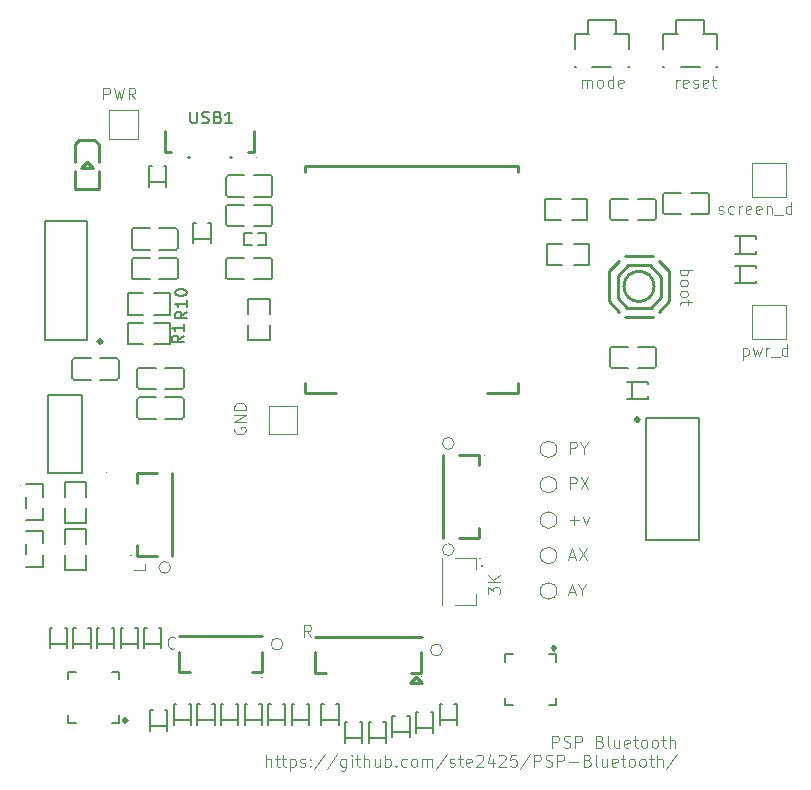
<source format=gbr>
%TF.GenerationSoftware,KiCad,Pcbnew,8.0.4*%
%TF.CreationDate,2025-01-08T21:09:23+00:00*%
%TF.ProjectId,esp32-c,65737033-322d-4632-9e6b-696361645f70,rev?*%
%TF.SameCoordinates,Original*%
%TF.FileFunction,Legend,Top*%
%TF.FilePolarity,Positive*%
%FSLAX46Y46*%
G04 Gerber Fmt 4.6, Leading zero omitted, Abs format (unit mm)*
G04 Created by KiCad (PCBNEW 8.0.4) date 2025-01-08 21:09:23*
%MOMM*%
%LPD*%
G01*
G04 APERTURE LIST*
%ADD10C,0.100000*%
%ADD11C,0.150000*%
%ADD12C,0.151994*%
%ADD13C,0.059995*%
%ADD14C,0.300000*%
%ADD15C,0.200000*%
%ADD16C,0.152400*%
%ADD17C,0.120000*%
%ADD18C,0.254000*%
%ADD19C,1.800000*%
%ADD20R,2.700000X2.700000*%
%ADD21R,0.280010X0.800000*%
%ADD22R,0.800000X0.280010*%
%ADD23R,0.750013X1.000000*%
%ADD24R,1.410008X1.350013*%
%ADD25R,0.800000X0.450013*%
%ADD26R,0.800000X0.300000*%
%ADD27C,1.000000*%
%ADD28R,2.000000X2.000000*%
%ADD29R,1.000000X0.750013*%
%ADD30R,0.400000X0.800000*%
%ADD31R,0.300000X0.800000*%
%ADD32O,1.745009X0.559995*%
%ADD33R,1.250013X0.700000*%
%ADD34R,1.132537X1.377013*%
%ADD35R,2.500000X2.500000*%
%ADD36R,0.800000X0.400000*%
%ADD37R,0.900000X0.900000*%
%ADD38R,2.100000X0.950013*%
%ADD39R,0.950013X2.100000*%
%ADD40C,1.300000*%
%ADD41O,1.300000X1.800000*%
%ADD42R,0.400000X1.600000*%
%ADD43R,1.000000X1.700000*%
%ADD44R,0.565659X0.540005*%
%ADD45R,1.377013X1.132537*%
%ADD46R,0.250013X0.800000*%
%ADD47R,0.600000X0.800000*%
%ADD48O,2.231013X0.602007*%
%ADD49R,1.399543X1.000000*%
%ADD50R,2.340005X3.600000*%
%ADD51R,2.500000X1.100000*%
G04 APERTURE END LIST*
D10*
X141500000Y-124500000D02*
G75*
G02*
X140500000Y-124500000I-500000J0D01*
G01*
X140500000Y-124500000D02*
G75*
G02*
X141500000Y-124500000I500000J0D01*
G01*
X142500000Y-116000000D02*
G75*
G02*
X141500000Y-116000000I-500000J0D01*
G01*
X141500000Y-116000000D02*
G75*
G02*
X142500000Y-116000000I500000J0D01*
G01*
X142500000Y-107000000D02*
G75*
G02*
X141500000Y-107000000I-500000J0D01*
G01*
X141500000Y-107000000D02*
G75*
G02*
X142500000Y-107000000I500000J0D01*
G01*
X118500000Y-117500000D02*
G75*
G02*
X117500000Y-117500000I-500000J0D01*
G01*
X117500000Y-117500000D02*
G75*
G02*
X118500000Y-117500000I500000J0D01*
G01*
X128000000Y-124000000D02*
G75*
G02*
X127000000Y-124000000I-500000J0D01*
G01*
X127000000Y-124000000D02*
G75*
G02*
X128000000Y-124000000I500000J0D01*
G01*
X152303884Y-107872419D02*
X152303884Y-106872419D01*
X152303884Y-106872419D02*
X152684836Y-106872419D01*
X152684836Y-106872419D02*
X152780074Y-106920038D01*
X152780074Y-106920038D02*
X152827693Y-106967657D01*
X152827693Y-106967657D02*
X152875312Y-107062895D01*
X152875312Y-107062895D02*
X152875312Y-107205752D01*
X152875312Y-107205752D02*
X152827693Y-107300990D01*
X152827693Y-107300990D02*
X152780074Y-107348609D01*
X152780074Y-107348609D02*
X152684836Y-107396228D01*
X152684836Y-107396228D02*
X152303884Y-107396228D01*
X153494360Y-107396228D02*
X153494360Y-107872419D01*
X153161027Y-106872419D02*
X153494360Y-107396228D01*
X153494360Y-107396228D02*
X153827693Y-106872419D01*
X116372419Y-117219925D02*
X116372419Y-117696115D01*
X116372419Y-117696115D02*
X115372419Y-117696115D01*
X153303884Y-76872419D02*
X153303884Y-76205752D01*
X153303884Y-76300990D02*
X153351503Y-76253371D01*
X153351503Y-76253371D02*
X153446741Y-76205752D01*
X153446741Y-76205752D02*
X153589598Y-76205752D01*
X153589598Y-76205752D02*
X153684836Y-76253371D01*
X153684836Y-76253371D02*
X153732455Y-76348609D01*
X153732455Y-76348609D02*
X153732455Y-76872419D01*
X153732455Y-76348609D02*
X153780074Y-76253371D01*
X153780074Y-76253371D02*
X153875312Y-76205752D01*
X153875312Y-76205752D02*
X154018169Y-76205752D01*
X154018169Y-76205752D02*
X154113408Y-76253371D01*
X154113408Y-76253371D02*
X154161027Y-76348609D01*
X154161027Y-76348609D02*
X154161027Y-76872419D01*
X154780074Y-76872419D02*
X154684836Y-76824800D01*
X154684836Y-76824800D02*
X154637217Y-76777180D01*
X154637217Y-76777180D02*
X154589598Y-76681942D01*
X154589598Y-76681942D02*
X154589598Y-76396228D01*
X154589598Y-76396228D02*
X154637217Y-76300990D01*
X154637217Y-76300990D02*
X154684836Y-76253371D01*
X154684836Y-76253371D02*
X154780074Y-76205752D01*
X154780074Y-76205752D02*
X154922931Y-76205752D01*
X154922931Y-76205752D02*
X155018169Y-76253371D01*
X155018169Y-76253371D02*
X155065788Y-76300990D01*
X155065788Y-76300990D02*
X155113407Y-76396228D01*
X155113407Y-76396228D02*
X155113407Y-76681942D01*
X155113407Y-76681942D02*
X155065788Y-76777180D01*
X155065788Y-76777180D02*
X155018169Y-76824800D01*
X155018169Y-76824800D02*
X154922931Y-76872419D01*
X154922931Y-76872419D02*
X154780074Y-76872419D01*
X155970550Y-76872419D02*
X155970550Y-75872419D01*
X155970550Y-76824800D02*
X155875312Y-76872419D01*
X155875312Y-76872419D02*
X155684836Y-76872419D01*
X155684836Y-76872419D02*
X155589598Y-76824800D01*
X155589598Y-76824800D02*
X155541979Y-76777180D01*
X155541979Y-76777180D02*
X155494360Y-76681942D01*
X155494360Y-76681942D02*
X155494360Y-76396228D01*
X155494360Y-76396228D02*
X155541979Y-76300990D01*
X155541979Y-76300990D02*
X155589598Y-76253371D01*
X155589598Y-76253371D02*
X155684836Y-76205752D01*
X155684836Y-76205752D02*
X155875312Y-76205752D01*
X155875312Y-76205752D02*
X155970550Y-76253371D01*
X156827693Y-76824800D02*
X156732455Y-76872419D01*
X156732455Y-76872419D02*
X156541979Y-76872419D01*
X156541979Y-76872419D02*
X156446741Y-76824800D01*
X156446741Y-76824800D02*
X156399122Y-76729561D01*
X156399122Y-76729561D02*
X156399122Y-76348609D01*
X156399122Y-76348609D02*
X156446741Y-76253371D01*
X156446741Y-76253371D02*
X156541979Y-76205752D01*
X156541979Y-76205752D02*
X156732455Y-76205752D01*
X156732455Y-76205752D02*
X156827693Y-76253371D01*
X156827693Y-76253371D02*
X156875312Y-76348609D01*
X156875312Y-76348609D02*
X156875312Y-76443847D01*
X156875312Y-76443847D02*
X156399122Y-76539085D01*
X152303884Y-113491466D02*
X153065789Y-113491466D01*
X152684836Y-113872419D02*
X152684836Y-113110514D01*
X153446741Y-113205752D02*
X153684836Y-113872419D01*
X153684836Y-113872419D02*
X153922931Y-113205752D01*
X152256265Y-116586704D02*
X152732455Y-116586704D01*
X152161027Y-116872419D02*
X152494360Y-115872419D01*
X152494360Y-115872419D02*
X152827693Y-116872419D01*
X153065789Y-115872419D02*
X153732455Y-116872419D01*
X153732455Y-115872419D02*
X153065789Y-116872419D01*
X145372419Y-119791353D02*
X145372419Y-119172306D01*
X145372419Y-119172306D02*
X145753371Y-119505639D01*
X145753371Y-119505639D02*
X145753371Y-119362782D01*
X145753371Y-119362782D02*
X145800990Y-119267544D01*
X145800990Y-119267544D02*
X145848609Y-119219925D01*
X145848609Y-119219925D02*
X145943847Y-119172306D01*
X145943847Y-119172306D02*
X146181942Y-119172306D01*
X146181942Y-119172306D02*
X146277180Y-119219925D01*
X146277180Y-119219925D02*
X146324800Y-119267544D01*
X146324800Y-119267544D02*
X146372419Y-119362782D01*
X146372419Y-119362782D02*
X146372419Y-119648496D01*
X146372419Y-119648496D02*
X146324800Y-119743734D01*
X146324800Y-119743734D02*
X146277180Y-119791353D01*
X146372419Y-118743734D02*
X145372419Y-118743734D01*
X146372419Y-118172306D02*
X145800990Y-118600877D01*
X145372419Y-118172306D02*
X145943847Y-118743734D01*
X130375312Y-123372419D02*
X130041979Y-122896228D01*
X129803884Y-123372419D02*
X129803884Y-122372419D01*
X129803884Y-122372419D02*
X130184836Y-122372419D01*
X130184836Y-122372419D02*
X130280074Y-122420038D01*
X130280074Y-122420038D02*
X130327693Y-122467657D01*
X130327693Y-122467657D02*
X130375312Y-122562895D01*
X130375312Y-122562895D02*
X130375312Y-122705752D01*
X130375312Y-122705752D02*
X130327693Y-122800990D01*
X130327693Y-122800990D02*
X130280074Y-122848609D01*
X130280074Y-122848609D02*
X130184836Y-122896228D01*
X130184836Y-122896228D02*
X129803884Y-122896228D01*
X161303884Y-76872419D02*
X161303884Y-76205752D01*
X161303884Y-76396228D02*
X161351503Y-76300990D01*
X161351503Y-76300990D02*
X161399122Y-76253371D01*
X161399122Y-76253371D02*
X161494360Y-76205752D01*
X161494360Y-76205752D02*
X161589598Y-76205752D01*
X162303884Y-76824800D02*
X162208646Y-76872419D01*
X162208646Y-76872419D02*
X162018170Y-76872419D01*
X162018170Y-76872419D02*
X161922932Y-76824800D01*
X161922932Y-76824800D02*
X161875313Y-76729561D01*
X161875313Y-76729561D02*
X161875313Y-76348609D01*
X161875313Y-76348609D02*
X161922932Y-76253371D01*
X161922932Y-76253371D02*
X162018170Y-76205752D01*
X162018170Y-76205752D02*
X162208646Y-76205752D01*
X162208646Y-76205752D02*
X162303884Y-76253371D01*
X162303884Y-76253371D02*
X162351503Y-76348609D01*
X162351503Y-76348609D02*
X162351503Y-76443847D01*
X162351503Y-76443847D02*
X161875313Y-76539085D01*
X162732456Y-76824800D02*
X162827694Y-76872419D01*
X162827694Y-76872419D02*
X163018170Y-76872419D01*
X163018170Y-76872419D02*
X163113408Y-76824800D01*
X163113408Y-76824800D02*
X163161027Y-76729561D01*
X163161027Y-76729561D02*
X163161027Y-76681942D01*
X163161027Y-76681942D02*
X163113408Y-76586704D01*
X163113408Y-76586704D02*
X163018170Y-76539085D01*
X163018170Y-76539085D02*
X162875313Y-76539085D01*
X162875313Y-76539085D02*
X162780075Y-76491466D01*
X162780075Y-76491466D02*
X162732456Y-76396228D01*
X162732456Y-76396228D02*
X162732456Y-76348609D01*
X162732456Y-76348609D02*
X162780075Y-76253371D01*
X162780075Y-76253371D02*
X162875313Y-76205752D01*
X162875313Y-76205752D02*
X163018170Y-76205752D01*
X163018170Y-76205752D02*
X163113408Y-76253371D01*
X163970551Y-76824800D02*
X163875313Y-76872419D01*
X163875313Y-76872419D02*
X163684837Y-76872419D01*
X163684837Y-76872419D02*
X163589599Y-76824800D01*
X163589599Y-76824800D02*
X163541980Y-76729561D01*
X163541980Y-76729561D02*
X163541980Y-76348609D01*
X163541980Y-76348609D02*
X163589599Y-76253371D01*
X163589599Y-76253371D02*
X163684837Y-76205752D01*
X163684837Y-76205752D02*
X163875313Y-76205752D01*
X163875313Y-76205752D02*
X163970551Y-76253371D01*
X163970551Y-76253371D02*
X164018170Y-76348609D01*
X164018170Y-76348609D02*
X164018170Y-76443847D01*
X164018170Y-76443847D02*
X163541980Y-76539085D01*
X164303885Y-76205752D02*
X164684837Y-76205752D01*
X164446742Y-75872419D02*
X164446742Y-76729561D01*
X164446742Y-76729561D02*
X164494361Y-76824800D01*
X164494361Y-76824800D02*
X164589599Y-76872419D01*
X164589599Y-76872419D02*
X164684837Y-76872419D01*
X152256265Y-119586704D02*
X152732455Y-119586704D01*
X152161027Y-119872419D02*
X152494360Y-118872419D01*
X152494360Y-118872419D02*
X152827693Y-119872419D01*
X153351503Y-119396228D02*
X153351503Y-119872419D01*
X153018170Y-118872419D02*
X153351503Y-119396228D01*
X153351503Y-119396228D02*
X153684836Y-118872419D01*
X123920038Y-105672306D02*
X123872419Y-105767544D01*
X123872419Y-105767544D02*
X123872419Y-105910401D01*
X123872419Y-105910401D02*
X123920038Y-106053258D01*
X123920038Y-106053258D02*
X124015276Y-106148496D01*
X124015276Y-106148496D02*
X124110514Y-106196115D01*
X124110514Y-106196115D02*
X124300990Y-106243734D01*
X124300990Y-106243734D02*
X124443847Y-106243734D01*
X124443847Y-106243734D02*
X124634323Y-106196115D01*
X124634323Y-106196115D02*
X124729561Y-106148496D01*
X124729561Y-106148496D02*
X124824800Y-106053258D01*
X124824800Y-106053258D02*
X124872419Y-105910401D01*
X124872419Y-105910401D02*
X124872419Y-105815163D01*
X124872419Y-105815163D02*
X124824800Y-105672306D01*
X124824800Y-105672306D02*
X124777180Y-105624687D01*
X124777180Y-105624687D02*
X124443847Y-105624687D01*
X124443847Y-105624687D02*
X124443847Y-105815163D01*
X124872419Y-105196115D02*
X123872419Y-105196115D01*
X123872419Y-105196115D02*
X124872419Y-104624687D01*
X124872419Y-104624687D02*
X123872419Y-104624687D01*
X124872419Y-104148496D02*
X123872419Y-104148496D01*
X123872419Y-104148496D02*
X123872419Y-103910401D01*
X123872419Y-103910401D02*
X123920038Y-103767544D01*
X123920038Y-103767544D02*
X124015276Y-103672306D01*
X124015276Y-103672306D02*
X124110514Y-103624687D01*
X124110514Y-103624687D02*
X124300990Y-103577068D01*
X124300990Y-103577068D02*
X124443847Y-103577068D01*
X124443847Y-103577068D02*
X124634323Y-103624687D01*
X124634323Y-103624687D02*
X124729561Y-103672306D01*
X124729561Y-103672306D02*
X124824800Y-103767544D01*
X124824800Y-103767544D02*
X124872419Y-103910401D01*
X124872419Y-103910401D02*
X124872419Y-104148496D01*
X112803884Y-77872419D02*
X112803884Y-76872419D01*
X112803884Y-76872419D02*
X113184836Y-76872419D01*
X113184836Y-76872419D02*
X113280074Y-76920038D01*
X113280074Y-76920038D02*
X113327693Y-76967657D01*
X113327693Y-76967657D02*
X113375312Y-77062895D01*
X113375312Y-77062895D02*
X113375312Y-77205752D01*
X113375312Y-77205752D02*
X113327693Y-77300990D01*
X113327693Y-77300990D02*
X113280074Y-77348609D01*
X113280074Y-77348609D02*
X113184836Y-77396228D01*
X113184836Y-77396228D02*
X112803884Y-77396228D01*
X113708646Y-76872419D02*
X113946741Y-77872419D01*
X113946741Y-77872419D02*
X114137217Y-77158133D01*
X114137217Y-77158133D02*
X114327693Y-77872419D01*
X114327693Y-77872419D02*
X114565789Y-76872419D01*
X115518169Y-77872419D02*
X115184836Y-77396228D01*
X114946741Y-77872419D02*
X114946741Y-76872419D01*
X114946741Y-76872419D02*
X115327693Y-76872419D01*
X115327693Y-76872419D02*
X115422931Y-76920038D01*
X115422931Y-76920038D02*
X115470550Y-76967657D01*
X115470550Y-76967657D02*
X115518169Y-77062895D01*
X115518169Y-77062895D02*
X115518169Y-77205752D01*
X115518169Y-77205752D02*
X115470550Y-77300990D01*
X115470550Y-77300990D02*
X115422931Y-77348609D01*
X115422931Y-77348609D02*
X115327693Y-77396228D01*
X115327693Y-77396228D02*
X114946741Y-77396228D01*
X118875312Y-124277180D02*
X118827693Y-124324800D01*
X118827693Y-124324800D02*
X118684836Y-124372419D01*
X118684836Y-124372419D02*
X118589598Y-124372419D01*
X118589598Y-124372419D02*
X118446741Y-124324800D01*
X118446741Y-124324800D02*
X118351503Y-124229561D01*
X118351503Y-124229561D02*
X118303884Y-124134323D01*
X118303884Y-124134323D02*
X118256265Y-123943847D01*
X118256265Y-123943847D02*
X118256265Y-123800990D01*
X118256265Y-123800990D02*
X118303884Y-123610514D01*
X118303884Y-123610514D02*
X118351503Y-123515276D01*
X118351503Y-123515276D02*
X118446741Y-123420038D01*
X118446741Y-123420038D02*
X118589598Y-123372419D01*
X118589598Y-123372419D02*
X118684836Y-123372419D01*
X118684836Y-123372419D02*
X118827693Y-123420038D01*
X118827693Y-123420038D02*
X118875312Y-123467657D01*
X152303884Y-110872419D02*
X152303884Y-109872419D01*
X152303884Y-109872419D02*
X152684836Y-109872419D01*
X152684836Y-109872419D02*
X152780074Y-109920038D01*
X152780074Y-109920038D02*
X152827693Y-109967657D01*
X152827693Y-109967657D02*
X152875312Y-110062895D01*
X152875312Y-110062895D02*
X152875312Y-110205752D01*
X152875312Y-110205752D02*
X152827693Y-110300990D01*
X152827693Y-110300990D02*
X152780074Y-110348609D01*
X152780074Y-110348609D02*
X152684836Y-110396228D01*
X152684836Y-110396228D02*
X152303884Y-110396228D01*
X153208646Y-109872419D02*
X153875312Y-110872419D01*
X153875312Y-109872419D02*
X153208646Y-110872419D01*
X166958698Y-98915404D02*
X166958698Y-99915404D01*
X166958698Y-98963023D02*
X167053936Y-98915404D01*
X167053936Y-98915404D02*
X167244412Y-98915404D01*
X167244412Y-98915404D02*
X167339650Y-98963023D01*
X167339650Y-98963023D02*
X167387269Y-99010642D01*
X167387269Y-99010642D02*
X167434888Y-99105880D01*
X167434888Y-99105880D02*
X167434888Y-99391594D01*
X167434888Y-99391594D02*
X167387269Y-99486832D01*
X167387269Y-99486832D02*
X167339650Y-99534452D01*
X167339650Y-99534452D02*
X167244412Y-99582071D01*
X167244412Y-99582071D02*
X167053936Y-99582071D01*
X167053936Y-99582071D02*
X166958698Y-99534452D01*
X167768222Y-98915404D02*
X167958698Y-99582071D01*
X167958698Y-99582071D02*
X168149174Y-99105880D01*
X168149174Y-99105880D02*
X168339650Y-99582071D01*
X168339650Y-99582071D02*
X168530126Y-98915404D01*
X168911079Y-99582071D02*
X168911079Y-98915404D01*
X168911079Y-99105880D02*
X168958698Y-99010642D01*
X168958698Y-99010642D02*
X169006317Y-98963023D01*
X169006317Y-98963023D02*
X169101555Y-98915404D01*
X169101555Y-98915404D02*
X169196793Y-98915404D01*
X169292032Y-99677309D02*
X170053936Y-99677309D01*
X170720603Y-99582071D02*
X170720603Y-98582071D01*
X170720603Y-99534452D02*
X170625365Y-99582071D01*
X170625365Y-99582071D02*
X170434889Y-99582071D01*
X170434889Y-99582071D02*
X170339651Y-99534452D01*
X170339651Y-99534452D02*
X170292032Y-99486832D01*
X170292032Y-99486832D02*
X170244413Y-99391594D01*
X170244413Y-99391594D02*
X170244413Y-99105880D01*
X170244413Y-99105880D02*
X170292032Y-99010642D01*
X170292032Y-99010642D02*
X170339651Y-98963023D01*
X170339651Y-98963023D02*
X170434889Y-98915404D01*
X170434889Y-98915404D02*
X170625365Y-98915404D01*
X170625365Y-98915404D02*
X170720603Y-98963023D01*
X161627580Y-92303884D02*
X162627580Y-92303884D01*
X162246628Y-92303884D02*
X162294247Y-92399122D01*
X162294247Y-92399122D02*
X162294247Y-92589598D01*
X162294247Y-92589598D02*
X162246628Y-92684836D01*
X162246628Y-92684836D02*
X162199009Y-92732455D01*
X162199009Y-92732455D02*
X162103771Y-92780074D01*
X162103771Y-92780074D02*
X161818057Y-92780074D01*
X161818057Y-92780074D02*
X161722819Y-92732455D01*
X161722819Y-92732455D02*
X161675200Y-92684836D01*
X161675200Y-92684836D02*
X161627580Y-92589598D01*
X161627580Y-92589598D02*
X161627580Y-92399122D01*
X161627580Y-92399122D02*
X161675200Y-92303884D01*
X161627580Y-93351503D02*
X161675200Y-93256265D01*
X161675200Y-93256265D02*
X161722819Y-93208646D01*
X161722819Y-93208646D02*
X161818057Y-93161027D01*
X161818057Y-93161027D02*
X162103771Y-93161027D01*
X162103771Y-93161027D02*
X162199009Y-93208646D01*
X162199009Y-93208646D02*
X162246628Y-93256265D01*
X162246628Y-93256265D02*
X162294247Y-93351503D01*
X162294247Y-93351503D02*
X162294247Y-93494360D01*
X162294247Y-93494360D02*
X162246628Y-93589598D01*
X162246628Y-93589598D02*
X162199009Y-93637217D01*
X162199009Y-93637217D02*
X162103771Y-93684836D01*
X162103771Y-93684836D02*
X161818057Y-93684836D01*
X161818057Y-93684836D02*
X161722819Y-93637217D01*
X161722819Y-93637217D02*
X161675200Y-93589598D01*
X161675200Y-93589598D02*
X161627580Y-93494360D01*
X161627580Y-93494360D02*
X161627580Y-93351503D01*
X161627580Y-94256265D02*
X161675200Y-94161027D01*
X161675200Y-94161027D02*
X161722819Y-94113408D01*
X161722819Y-94113408D02*
X161818057Y-94065789D01*
X161818057Y-94065789D02*
X162103771Y-94065789D01*
X162103771Y-94065789D02*
X162199009Y-94113408D01*
X162199009Y-94113408D02*
X162246628Y-94161027D01*
X162246628Y-94161027D02*
X162294247Y-94256265D01*
X162294247Y-94256265D02*
X162294247Y-94399122D01*
X162294247Y-94399122D02*
X162246628Y-94494360D01*
X162246628Y-94494360D02*
X162199009Y-94541979D01*
X162199009Y-94541979D02*
X162103771Y-94589598D01*
X162103771Y-94589598D02*
X161818057Y-94589598D01*
X161818057Y-94589598D02*
X161722819Y-94541979D01*
X161722819Y-94541979D02*
X161675200Y-94494360D01*
X161675200Y-94494360D02*
X161627580Y-94399122D01*
X161627580Y-94399122D02*
X161627580Y-94256265D01*
X162294247Y-94875313D02*
X162294247Y-95256265D01*
X162627580Y-95018170D02*
X161770438Y-95018170D01*
X161770438Y-95018170D02*
X161675200Y-95065789D01*
X161675200Y-95065789D02*
X161627580Y-95161027D01*
X161627580Y-95161027D02*
X161627580Y-95256265D01*
X164911079Y-87534452D02*
X165006317Y-87582071D01*
X165006317Y-87582071D02*
X165196793Y-87582071D01*
X165196793Y-87582071D02*
X165292031Y-87534452D01*
X165292031Y-87534452D02*
X165339650Y-87439213D01*
X165339650Y-87439213D02*
X165339650Y-87391594D01*
X165339650Y-87391594D02*
X165292031Y-87296356D01*
X165292031Y-87296356D02*
X165196793Y-87248737D01*
X165196793Y-87248737D02*
X165053936Y-87248737D01*
X165053936Y-87248737D02*
X164958698Y-87201118D01*
X164958698Y-87201118D02*
X164911079Y-87105880D01*
X164911079Y-87105880D02*
X164911079Y-87058261D01*
X164911079Y-87058261D02*
X164958698Y-86963023D01*
X164958698Y-86963023D02*
X165053936Y-86915404D01*
X165053936Y-86915404D02*
X165196793Y-86915404D01*
X165196793Y-86915404D02*
X165292031Y-86963023D01*
X166196793Y-87534452D02*
X166101555Y-87582071D01*
X166101555Y-87582071D02*
X165911079Y-87582071D01*
X165911079Y-87582071D02*
X165815841Y-87534452D01*
X165815841Y-87534452D02*
X165768222Y-87486832D01*
X165768222Y-87486832D02*
X165720603Y-87391594D01*
X165720603Y-87391594D02*
X165720603Y-87105880D01*
X165720603Y-87105880D02*
X165768222Y-87010642D01*
X165768222Y-87010642D02*
X165815841Y-86963023D01*
X165815841Y-86963023D02*
X165911079Y-86915404D01*
X165911079Y-86915404D02*
X166101555Y-86915404D01*
X166101555Y-86915404D02*
X166196793Y-86963023D01*
X166625365Y-87582071D02*
X166625365Y-86915404D01*
X166625365Y-87105880D02*
X166672984Y-87010642D01*
X166672984Y-87010642D02*
X166720603Y-86963023D01*
X166720603Y-86963023D02*
X166815841Y-86915404D01*
X166815841Y-86915404D02*
X166911079Y-86915404D01*
X167625365Y-87534452D02*
X167530127Y-87582071D01*
X167530127Y-87582071D02*
X167339651Y-87582071D01*
X167339651Y-87582071D02*
X167244413Y-87534452D01*
X167244413Y-87534452D02*
X167196794Y-87439213D01*
X167196794Y-87439213D02*
X167196794Y-87058261D01*
X167196794Y-87058261D02*
X167244413Y-86963023D01*
X167244413Y-86963023D02*
X167339651Y-86915404D01*
X167339651Y-86915404D02*
X167530127Y-86915404D01*
X167530127Y-86915404D02*
X167625365Y-86963023D01*
X167625365Y-86963023D02*
X167672984Y-87058261D01*
X167672984Y-87058261D02*
X167672984Y-87153499D01*
X167672984Y-87153499D02*
X167196794Y-87248737D01*
X168482508Y-87534452D02*
X168387270Y-87582071D01*
X168387270Y-87582071D02*
X168196794Y-87582071D01*
X168196794Y-87582071D02*
X168101556Y-87534452D01*
X168101556Y-87534452D02*
X168053937Y-87439213D01*
X168053937Y-87439213D02*
X168053937Y-87058261D01*
X168053937Y-87058261D02*
X168101556Y-86963023D01*
X168101556Y-86963023D02*
X168196794Y-86915404D01*
X168196794Y-86915404D02*
X168387270Y-86915404D01*
X168387270Y-86915404D02*
X168482508Y-86963023D01*
X168482508Y-86963023D02*
X168530127Y-87058261D01*
X168530127Y-87058261D02*
X168530127Y-87153499D01*
X168530127Y-87153499D02*
X168053937Y-87248737D01*
X168958699Y-86915404D02*
X168958699Y-87582071D01*
X168958699Y-87010642D02*
X169006318Y-86963023D01*
X169006318Y-86963023D02*
X169101556Y-86915404D01*
X169101556Y-86915404D02*
X169244413Y-86915404D01*
X169244413Y-86915404D02*
X169339651Y-86963023D01*
X169339651Y-86963023D02*
X169387270Y-87058261D01*
X169387270Y-87058261D02*
X169387270Y-87582071D01*
X169625366Y-87677309D02*
X170387270Y-87677309D01*
X171053937Y-87582071D02*
X171053937Y-86582071D01*
X171053937Y-87534452D02*
X170958699Y-87582071D01*
X170958699Y-87582071D02*
X170768223Y-87582071D01*
X170768223Y-87582071D02*
X170672985Y-87534452D01*
X170672985Y-87534452D02*
X170625366Y-87486832D01*
X170625366Y-87486832D02*
X170577747Y-87391594D01*
X170577747Y-87391594D02*
X170577747Y-87105880D01*
X170577747Y-87105880D02*
X170625366Y-87010642D01*
X170625366Y-87010642D02*
X170672985Y-86963023D01*
X170672985Y-86963023D02*
X170768223Y-86915404D01*
X170768223Y-86915404D02*
X170958699Y-86915404D01*
X170958699Y-86915404D02*
X171053937Y-86963023D01*
X150815161Y-132762475D02*
X150815161Y-131762475D01*
X150815161Y-131762475D02*
X151196113Y-131762475D01*
X151196113Y-131762475D02*
X151291351Y-131810094D01*
X151291351Y-131810094D02*
X151338970Y-131857713D01*
X151338970Y-131857713D02*
X151386589Y-131952951D01*
X151386589Y-131952951D02*
X151386589Y-132095808D01*
X151386589Y-132095808D02*
X151338970Y-132191046D01*
X151338970Y-132191046D02*
X151291351Y-132238665D01*
X151291351Y-132238665D02*
X151196113Y-132286284D01*
X151196113Y-132286284D02*
X150815161Y-132286284D01*
X151767542Y-132714856D02*
X151910399Y-132762475D01*
X151910399Y-132762475D02*
X152148494Y-132762475D01*
X152148494Y-132762475D02*
X152243732Y-132714856D01*
X152243732Y-132714856D02*
X152291351Y-132667236D01*
X152291351Y-132667236D02*
X152338970Y-132571998D01*
X152338970Y-132571998D02*
X152338970Y-132476760D01*
X152338970Y-132476760D02*
X152291351Y-132381522D01*
X152291351Y-132381522D02*
X152243732Y-132333903D01*
X152243732Y-132333903D02*
X152148494Y-132286284D01*
X152148494Y-132286284D02*
X151958018Y-132238665D01*
X151958018Y-132238665D02*
X151862780Y-132191046D01*
X151862780Y-132191046D02*
X151815161Y-132143427D01*
X151815161Y-132143427D02*
X151767542Y-132048189D01*
X151767542Y-132048189D02*
X151767542Y-131952951D01*
X151767542Y-131952951D02*
X151815161Y-131857713D01*
X151815161Y-131857713D02*
X151862780Y-131810094D01*
X151862780Y-131810094D02*
X151958018Y-131762475D01*
X151958018Y-131762475D02*
X152196113Y-131762475D01*
X152196113Y-131762475D02*
X152338970Y-131810094D01*
X152767542Y-132762475D02*
X152767542Y-131762475D01*
X152767542Y-131762475D02*
X153148494Y-131762475D01*
X153148494Y-131762475D02*
X153243732Y-131810094D01*
X153243732Y-131810094D02*
X153291351Y-131857713D01*
X153291351Y-131857713D02*
X153338970Y-131952951D01*
X153338970Y-131952951D02*
X153338970Y-132095808D01*
X153338970Y-132095808D02*
X153291351Y-132191046D01*
X153291351Y-132191046D02*
X153243732Y-132238665D01*
X153243732Y-132238665D02*
X153148494Y-132286284D01*
X153148494Y-132286284D02*
X152767542Y-132286284D01*
X154862780Y-132238665D02*
X155005637Y-132286284D01*
X155005637Y-132286284D02*
X155053256Y-132333903D01*
X155053256Y-132333903D02*
X155100875Y-132429141D01*
X155100875Y-132429141D02*
X155100875Y-132571998D01*
X155100875Y-132571998D02*
X155053256Y-132667236D01*
X155053256Y-132667236D02*
X155005637Y-132714856D01*
X155005637Y-132714856D02*
X154910399Y-132762475D01*
X154910399Y-132762475D02*
X154529447Y-132762475D01*
X154529447Y-132762475D02*
X154529447Y-131762475D01*
X154529447Y-131762475D02*
X154862780Y-131762475D01*
X154862780Y-131762475D02*
X154958018Y-131810094D01*
X154958018Y-131810094D02*
X155005637Y-131857713D01*
X155005637Y-131857713D02*
X155053256Y-131952951D01*
X155053256Y-131952951D02*
X155053256Y-132048189D01*
X155053256Y-132048189D02*
X155005637Y-132143427D01*
X155005637Y-132143427D02*
X154958018Y-132191046D01*
X154958018Y-132191046D02*
X154862780Y-132238665D01*
X154862780Y-132238665D02*
X154529447Y-132238665D01*
X155672304Y-132762475D02*
X155577066Y-132714856D01*
X155577066Y-132714856D02*
X155529447Y-132619617D01*
X155529447Y-132619617D02*
X155529447Y-131762475D01*
X156481828Y-132095808D02*
X156481828Y-132762475D01*
X156053257Y-132095808D02*
X156053257Y-132619617D01*
X156053257Y-132619617D02*
X156100876Y-132714856D01*
X156100876Y-132714856D02*
X156196114Y-132762475D01*
X156196114Y-132762475D02*
X156338971Y-132762475D01*
X156338971Y-132762475D02*
X156434209Y-132714856D01*
X156434209Y-132714856D02*
X156481828Y-132667236D01*
X157338971Y-132714856D02*
X157243733Y-132762475D01*
X157243733Y-132762475D02*
X157053257Y-132762475D01*
X157053257Y-132762475D02*
X156958019Y-132714856D01*
X156958019Y-132714856D02*
X156910400Y-132619617D01*
X156910400Y-132619617D02*
X156910400Y-132238665D01*
X156910400Y-132238665D02*
X156958019Y-132143427D01*
X156958019Y-132143427D02*
X157053257Y-132095808D01*
X157053257Y-132095808D02*
X157243733Y-132095808D01*
X157243733Y-132095808D02*
X157338971Y-132143427D01*
X157338971Y-132143427D02*
X157386590Y-132238665D01*
X157386590Y-132238665D02*
X157386590Y-132333903D01*
X157386590Y-132333903D02*
X156910400Y-132429141D01*
X157672305Y-132095808D02*
X158053257Y-132095808D01*
X157815162Y-131762475D02*
X157815162Y-132619617D01*
X157815162Y-132619617D02*
X157862781Y-132714856D01*
X157862781Y-132714856D02*
X157958019Y-132762475D01*
X157958019Y-132762475D02*
X158053257Y-132762475D01*
X158529448Y-132762475D02*
X158434210Y-132714856D01*
X158434210Y-132714856D02*
X158386591Y-132667236D01*
X158386591Y-132667236D02*
X158338972Y-132571998D01*
X158338972Y-132571998D02*
X158338972Y-132286284D01*
X158338972Y-132286284D02*
X158386591Y-132191046D01*
X158386591Y-132191046D02*
X158434210Y-132143427D01*
X158434210Y-132143427D02*
X158529448Y-132095808D01*
X158529448Y-132095808D02*
X158672305Y-132095808D01*
X158672305Y-132095808D02*
X158767543Y-132143427D01*
X158767543Y-132143427D02*
X158815162Y-132191046D01*
X158815162Y-132191046D02*
X158862781Y-132286284D01*
X158862781Y-132286284D02*
X158862781Y-132571998D01*
X158862781Y-132571998D02*
X158815162Y-132667236D01*
X158815162Y-132667236D02*
X158767543Y-132714856D01*
X158767543Y-132714856D02*
X158672305Y-132762475D01*
X158672305Y-132762475D02*
X158529448Y-132762475D01*
X159434210Y-132762475D02*
X159338972Y-132714856D01*
X159338972Y-132714856D02*
X159291353Y-132667236D01*
X159291353Y-132667236D02*
X159243734Y-132571998D01*
X159243734Y-132571998D02*
X159243734Y-132286284D01*
X159243734Y-132286284D02*
X159291353Y-132191046D01*
X159291353Y-132191046D02*
X159338972Y-132143427D01*
X159338972Y-132143427D02*
X159434210Y-132095808D01*
X159434210Y-132095808D02*
X159577067Y-132095808D01*
X159577067Y-132095808D02*
X159672305Y-132143427D01*
X159672305Y-132143427D02*
X159719924Y-132191046D01*
X159719924Y-132191046D02*
X159767543Y-132286284D01*
X159767543Y-132286284D02*
X159767543Y-132571998D01*
X159767543Y-132571998D02*
X159719924Y-132667236D01*
X159719924Y-132667236D02*
X159672305Y-132714856D01*
X159672305Y-132714856D02*
X159577067Y-132762475D01*
X159577067Y-132762475D02*
X159434210Y-132762475D01*
X160053258Y-132095808D02*
X160434210Y-132095808D01*
X160196115Y-131762475D02*
X160196115Y-132619617D01*
X160196115Y-132619617D02*
X160243734Y-132714856D01*
X160243734Y-132714856D02*
X160338972Y-132762475D01*
X160338972Y-132762475D02*
X160434210Y-132762475D01*
X160767544Y-132762475D02*
X160767544Y-131762475D01*
X161196115Y-132762475D02*
X161196115Y-132238665D01*
X161196115Y-132238665D02*
X161148496Y-132143427D01*
X161148496Y-132143427D02*
X161053258Y-132095808D01*
X161053258Y-132095808D02*
X160910401Y-132095808D01*
X160910401Y-132095808D02*
X160815163Y-132143427D01*
X160815163Y-132143427D02*
X160767544Y-132191046D01*
X126577065Y-134372419D02*
X126577065Y-133372419D01*
X127005636Y-134372419D02*
X127005636Y-133848609D01*
X127005636Y-133848609D02*
X126958017Y-133753371D01*
X126958017Y-133753371D02*
X126862779Y-133705752D01*
X126862779Y-133705752D02*
X126719922Y-133705752D01*
X126719922Y-133705752D02*
X126624684Y-133753371D01*
X126624684Y-133753371D02*
X126577065Y-133800990D01*
X127338970Y-133705752D02*
X127719922Y-133705752D01*
X127481827Y-133372419D02*
X127481827Y-134229561D01*
X127481827Y-134229561D02*
X127529446Y-134324800D01*
X127529446Y-134324800D02*
X127624684Y-134372419D01*
X127624684Y-134372419D02*
X127719922Y-134372419D01*
X127910399Y-133705752D02*
X128291351Y-133705752D01*
X128053256Y-133372419D02*
X128053256Y-134229561D01*
X128053256Y-134229561D02*
X128100875Y-134324800D01*
X128100875Y-134324800D02*
X128196113Y-134372419D01*
X128196113Y-134372419D02*
X128291351Y-134372419D01*
X128624685Y-133705752D02*
X128624685Y-134705752D01*
X128624685Y-133753371D02*
X128719923Y-133705752D01*
X128719923Y-133705752D02*
X128910399Y-133705752D01*
X128910399Y-133705752D02*
X129005637Y-133753371D01*
X129005637Y-133753371D02*
X129053256Y-133800990D01*
X129053256Y-133800990D02*
X129100875Y-133896228D01*
X129100875Y-133896228D02*
X129100875Y-134181942D01*
X129100875Y-134181942D02*
X129053256Y-134277180D01*
X129053256Y-134277180D02*
X129005637Y-134324800D01*
X129005637Y-134324800D02*
X128910399Y-134372419D01*
X128910399Y-134372419D02*
X128719923Y-134372419D01*
X128719923Y-134372419D02*
X128624685Y-134324800D01*
X129481828Y-134324800D02*
X129577066Y-134372419D01*
X129577066Y-134372419D02*
X129767542Y-134372419D01*
X129767542Y-134372419D02*
X129862780Y-134324800D01*
X129862780Y-134324800D02*
X129910399Y-134229561D01*
X129910399Y-134229561D02*
X129910399Y-134181942D01*
X129910399Y-134181942D02*
X129862780Y-134086704D01*
X129862780Y-134086704D02*
X129767542Y-134039085D01*
X129767542Y-134039085D02*
X129624685Y-134039085D01*
X129624685Y-134039085D02*
X129529447Y-133991466D01*
X129529447Y-133991466D02*
X129481828Y-133896228D01*
X129481828Y-133896228D02*
X129481828Y-133848609D01*
X129481828Y-133848609D02*
X129529447Y-133753371D01*
X129529447Y-133753371D02*
X129624685Y-133705752D01*
X129624685Y-133705752D02*
X129767542Y-133705752D01*
X129767542Y-133705752D02*
X129862780Y-133753371D01*
X130338971Y-134277180D02*
X130386590Y-134324800D01*
X130386590Y-134324800D02*
X130338971Y-134372419D01*
X130338971Y-134372419D02*
X130291352Y-134324800D01*
X130291352Y-134324800D02*
X130338971Y-134277180D01*
X130338971Y-134277180D02*
X130338971Y-134372419D01*
X130338971Y-133753371D02*
X130386590Y-133800990D01*
X130386590Y-133800990D02*
X130338971Y-133848609D01*
X130338971Y-133848609D02*
X130291352Y-133800990D01*
X130291352Y-133800990D02*
X130338971Y-133753371D01*
X130338971Y-133753371D02*
X130338971Y-133848609D01*
X131529446Y-133324800D02*
X130672304Y-134610514D01*
X132577065Y-133324800D02*
X131719923Y-134610514D01*
X133338970Y-133705752D02*
X133338970Y-134515276D01*
X133338970Y-134515276D02*
X133291351Y-134610514D01*
X133291351Y-134610514D02*
X133243732Y-134658133D01*
X133243732Y-134658133D02*
X133148494Y-134705752D01*
X133148494Y-134705752D02*
X133005637Y-134705752D01*
X133005637Y-134705752D02*
X132910399Y-134658133D01*
X133338970Y-134324800D02*
X133243732Y-134372419D01*
X133243732Y-134372419D02*
X133053256Y-134372419D01*
X133053256Y-134372419D02*
X132958018Y-134324800D01*
X132958018Y-134324800D02*
X132910399Y-134277180D01*
X132910399Y-134277180D02*
X132862780Y-134181942D01*
X132862780Y-134181942D02*
X132862780Y-133896228D01*
X132862780Y-133896228D02*
X132910399Y-133800990D01*
X132910399Y-133800990D02*
X132958018Y-133753371D01*
X132958018Y-133753371D02*
X133053256Y-133705752D01*
X133053256Y-133705752D02*
X133243732Y-133705752D01*
X133243732Y-133705752D02*
X133338970Y-133753371D01*
X133815161Y-134372419D02*
X133815161Y-133705752D01*
X133815161Y-133372419D02*
X133767542Y-133420038D01*
X133767542Y-133420038D02*
X133815161Y-133467657D01*
X133815161Y-133467657D02*
X133862780Y-133420038D01*
X133862780Y-133420038D02*
X133815161Y-133372419D01*
X133815161Y-133372419D02*
X133815161Y-133467657D01*
X134148494Y-133705752D02*
X134529446Y-133705752D01*
X134291351Y-133372419D02*
X134291351Y-134229561D01*
X134291351Y-134229561D02*
X134338970Y-134324800D01*
X134338970Y-134324800D02*
X134434208Y-134372419D01*
X134434208Y-134372419D02*
X134529446Y-134372419D01*
X134862780Y-134372419D02*
X134862780Y-133372419D01*
X135291351Y-134372419D02*
X135291351Y-133848609D01*
X135291351Y-133848609D02*
X135243732Y-133753371D01*
X135243732Y-133753371D02*
X135148494Y-133705752D01*
X135148494Y-133705752D02*
X135005637Y-133705752D01*
X135005637Y-133705752D02*
X134910399Y-133753371D01*
X134910399Y-133753371D02*
X134862780Y-133800990D01*
X136196113Y-133705752D02*
X136196113Y-134372419D01*
X135767542Y-133705752D02*
X135767542Y-134229561D01*
X135767542Y-134229561D02*
X135815161Y-134324800D01*
X135815161Y-134324800D02*
X135910399Y-134372419D01*
X135910399Y-134372419D02*
X136053256Y-134372419D01*
X136053256Y-134372419D02*
X136148494Y-134324800D01*
X136148494Y-134324800D02*
X136196113Y-134277180D01*
X136672304Y-134372419D02*
X136672304Y-133372419D01*
X136672304Y-133753371D02*
X136767542Y-133705752D01*
X136767542Y-133705752D02*
X136958018Y-133705752D01*
X136958018Y-133705752D02*
X137053256Y-133753371D01*
X137053256Y-133753371D02*
X137100875Y-133800990D01*
X137100875Y-133800990D02*
X137148494Y-133896228D01*
X137148494Y-133896228D02*
X137148494Y-134181942D01*
X137148494Y-134181942D02*
X137100875Y-134277180D01*
X137100875Y-134277180D02*
X137053256Y-134324800D01*
X137053256Y-134324800D02*
X136958018Y-134372419D01*
X136958018Y-134372419D02*
X136767542Y-134372419D01*
X136767542Y-134372419D02*
X136672304Y-134324800D01*
X137577066Y-134277180D02*
X137624685Y-134324800D01*
X137624685Y-134324800D02*
X137577066Y-134372419D01*
X137577066Y-134372419D02*
X137529447Y-134324800D01*
X137529447Y-134324800D02*
X137577066Y-134277180D01*
X137577066Y-134277180D02*
X137577066Y-134372419D01*
X138481827Y-134324800D02*
X138386589Y-134372419D01*
X138386589Y-134372419D02*
X138196113Y-134372419D01*
X138196113Y-134372419D02*
X138100875Y-134324800D01*
X138100875Y-134324800D02*
X138053256Y-134277180D01*
X138053256Y-134277180D02*
X138005637Y-134181942D01*
X138005637Y-134181942D02*
X138005637Y-133896228D01*
X138005637Y-133896228D02*
X138053256Y-133800990D01*
X138053256Y-133800990D02*
X138100875Y-133753371D01*
X138100875Y-133753371D02*
X138196113Y-133705752D01*
X138196113Y-133705752D02*
X138386589Y-133705752D01*
X138386589Y-133705752D02*
X138481827Y-133753371D01*
X139053256Y-134372419D02*
X138958018Y-134324800D01*
X138958018Y-134324800D02*
X138910399Y-134277180D01*
X138910399Y-134277180D02*
X138862780Y-134181942D01*
X138862780Y-134181942D02*
X138862780Y-133896228D01*
X138862780Y-133896228D02*
X138910399Y-133800990D01*
X138910399Y-133800990D02*
X138958018Y-133753371D01*
X138958018Y-133753371D02*
X139053256Y-133705752D01*
X139053256Y-133705752D02*
X139196113Y-133705752D01*
X139196113Y-133705752D02*
X139291351Y-133753371D01*
X139291351Y-133753371D02*
X139338970Y-133800990D01*
X139338970Y-133800990D02*
X139386589Y-133896228D01*
X139386589Y-133896228D02*
X139386589Y-134181942D01*
X139386589Y-134181942D02*
X139338970Y-134277180D01*
X139338970Y-134277180D02*
X139291351Y-134324800D01*
X139291351Y-134324800D02*
X139196113Y-134372419D01*
X139196113Y-134372419D02*
X139053256Y-134372419D01*
X139815161Y-134372419D02*
X139815161Y-133705752D01*
X139815161Y-133800990D02*
X139862780Y-133753371D01*
X139862780Y-133753371D02*
X139958018Y-133705752D01*
X139958018Y-133705752D02*
X140100875Y-133705752D01*
X140100875Y-133705752D02*
X140196113Y-133753371D01*
X140196113Y-133753371D02*
X140243732Y-133848609D01*
X140243732Y-133848609D02*
X140243732Y-134372419D01*
X140243732Y-133848609D02*
X140291351Y-133753371D01*
X140291351Y-133753371D02*
X140386589Y-133705752D01*
X140386589Y-133705752D02*
X140529446Y-133705752D01*
X140529446Y-133705752D02*
X140624685Y-133753371D01*
X140624685Y-133753371D02*
X140672304Y-133848609D01*
X140672304Y-133848609D02*
X140672304Y-134372419D01*
X141862779Y-133324800D02*
X141005637Y-134610514D01*
X142148494Y-134324800D02*
X142243732Y-134372419D01*
X142243732Y-134372419D02*
X142434208Y-134372419D01*
X142434208Y-134372419D02*
X142529446Y-134324800D01*
X142529446Y-134324800D02*
X142577065Y-134229561D01*
X142577065Y-134229561D02*
X142577065Y-134181942D01*
X142577065Y-134181942D02*
X142529446Y-134086704D01*
X142529446Y-134086704D02*
X142434208Y-134039085D01*
X142434208Y-134039085D02*
X142291351Y-134039085D01*
X142291351Y-134039085D02*
X142196113Y-133991466D01*
X142196113Y-133991466D02*
X142148494Y-133896228D01*
X142148494Y-133896228D02*
X142148494Y-133848609D01*
X142148494Y-133848609D02*
X142196113Y-133753371D01*
X142196113Y-133753371D02*
X142291351Y-133705752D01*
X142291351Y-133705752D02*
X142434208Y-133705752D01*
X142434208Y-133705752D02*
X142529446Y-133753371D01*
X142862780Y-133705752D02*
X143243732Y-133705752D01*
X143005637Y-133372419D02*
X143005637Y-134229561D01*
X143005637Y-134229561D02*
X143053256Y-134324800D01*
X143053256Y-134324800D02*
X143148494Y-134372419D01*
X143148494Y-134372419D02*
X143243732Y-134372419D01*
X143958018Y-134324800D02*
X143862780Y-134372419D01*
X143862780Y-134372419D02*
X143672304Y-134372419D01*
X143672304Y-134372419D02*
X143577066Y-134324800D01*
X143577066Y-134324800D02*
X143529447Y-134229561D01*
X143529447Y-134229561D02*
X143529447Y-133848609D01*
X143529447Y-133848609D02*
X143577066Y-133753371D01*
X143577066Y-133753371D02*
X143672304Y-133705752D01*
X143672304Y-133705752D02*
X143862780Y-133705752D01*
X143862780Y-133705752D02*
X143958018Y-133753371D01*
X143958018Y-133753371D02*
X144005637Y-133848609D01*
X144005637Y-133848609D02*
X144005637Y-133943847D01*
X144005637Y-133943847D02*
X143529447Y-134039085D01*
X144386590Y-133467657D02*
X144434209Y-133420038D01*
X144434209Y-133420038D02*
X144529447Y-133372419D01*
X144529447Y-133372419D02*
X144767542Y-133372419D01*
X144767542Y-133372419D02*
X144862780Y-133420038D01*
X144862780Y-133420038D02*
X144910399Y-133467657D01*
X144910399Y-133467657D02*
X144958018Y-133562895D01*
X144958018Y-133562895D02*
X144958018Y-133658133D01*
X144958018Y-133658133D02*
X144910399Y-133800990D01*
X144910399Y-133800990D02*
X144338971Y-134372419D01*
X144338971Y-134372419D02*
X144958018Y-134372419D01*
X145815161Y-133705752D02*
X145815161Y-134372419D01*
X145577066Y-133324800D02*
X145338971Y-134039085D01*
X145338971Y-134039085D02*
X145958018Y-134039085D01*
X146291352Y-133467657D02*
X146338971Y-133420038D01*
X146338971Y-133420038D02*
X146434209Y-133372419D01*
X146434209Y-133372419D02*
X146672304Y-133372419D01*
X146672304Y-133372419D02*
X146767542Y-133420038D01*
X146767542Y-133420038D02*
X146815161Y-133467657D01*
X146815161Y-133467657D02*
X146862780Y-133562895D01*
X146862780Y-133562895D02*
X146862780Y-133658133D01*
X146862780Y-133658133D02*
X146815161Y-133800990D01*
X146815161Y-133800990D02*
X146243733Y-134372419D01*
X146243733Y-134372419D02*
X146862780Y-134372419D01*
X147767542Y-133372419D02*
X147291352Y-133372419D01*
X147291352Y-133372419D02*
X147243733Y-133848609D01*
X147243733Y-133848609D02*
X147291352Y-133800990D01*
X147291352Y-133800990D02*
X147386590Y-133753371D01*
X147386590Y-133753371D02*
X147624685Y-133753371D01*
X147624685Y-133753371D02*
X147719923Y-133800990D01*
X147719923Y-133800990D02*
X147767542Y-133848609D01*
X147767542Y-133848609D02*
X147815161Y-133943847D01*
X147815161Y-133943847D02*
X147815161Y-134181942D01*
X147815161Y-134181942D02*
X147767542Y-134277180D01*
X147767542Y-134277180D02*
X147719923Y-134324800D01*
X147719923Y-134324800D02*
X147624685Y-134372419D01*
X147624685Y-134372419D02*
X147386590Y-134372419D01*
X147386590Y-134372419D02*
X147291352Y-134324800D01*
X147291352Y-134324800D02*
X147243733Y-134277180D01*
X148958018Y-133324800D02*
X148100876Y-134610514D01*
X149291352Y-134372419D02*
X149291352Y-133372419D01*
X149291352Y-133372419D02*
X149672304Y-133372419D01*
X149672304Y-133372419D02*
X149767542Y-133420038D01*
X149767542Y-133420038D02*
X149815161Y-133467657D01*
X149815161Y-133467657D02*
X149862780Y-133562895D01*
X149862780Y-133562895D02*
X149862780Y-133705752D01*
X149862780Y-133705752D02*
X149815161Y-133800990D01*
X149815161Y-133800990D02*
X149767542Y-133848609D01*
X149767542Y-133848609D02*
X149672304Y-133896228D01*
X149672304Y-133896228D02*
X149291352Y-133896228D01*
X150243733Y-134324800D02*
X150386590Y-134372419D01*
X150386590Y-134372419D02*
X150624685Y-134372419D01*
X150624685Y-134372419D02*
X150719923Y-134324800D01*
X150719923Y-134324800D02*
X150767542Y-134277180D01*
X150767542Y-134277180D02*
X150815161Y-134181942D01*
X150815161Y-134181942D02*
X150815161Y-134086704D01*
X150815161Y-134086704D02*
X150767542Y-133991466D01*
X150767542Y-133991466D02*
X150719923Y-133943847D01*
X150719923Y-133943847D02*
X150624685Y-133896228D01*
X150624685Y-133896228D02*
X150434209Y-133848609D01*
X150434209Y-133848609D02*
X150338971Y-133800990D01*
X150338971Y-133800990D02*
X150291352Y-133753371D01*
X150291352Y-133753371D02*
X150243733Y-133658133D01*
X150243733Y-133658133D02*
X150243733Y-133562895D01*
X150243733Y-133562895D02*
X150291352Y-133467657D01*
X150291352Y-133467657D02*
X150338971Y-133420038D01*
X150338971Y-133420038D02*
X150434209Y-133372419D01*
X150434209Y-133372419D02*
X150672304Y-133372419D01*
X150672304Y-133372419D02*
X150815161Y-133420038D01*
X151243733Y-134372419D02*
X151243733Y-133372419D01*
X151243733Y-133372419D02*
X151624685Y-133372419D01*
X151624685Y-133372419D02*
X151719923Y-133420038D01*
X151719923Y-133420038D02*
X151767542Y-133467657D01*
X151767542Y-133467657D02*
X151815161Y-133562895D01*
X151815161Y-133562895D02*
X151815161Y-133705752D01*
X151815161Y-133705752D02*
X151767542Y-133800990D01*
X151767542Y-133800990D02*
X151719923Y-133848609D01*
X151719923Y-133848609D02*
X151624685Y-133896228D01*
X151624685Y-133896228D02*
X151243733Y-133896228D01*
X152243733Y-133991466D02*
X153005638Y-133991466D01*
X153815161Y-133848609D02*
X153958018Y-133896228D01*
X153958018Y-133896228D02*
X154005637Y-133943847D01*
X154005637Y-133943847D02*
X154053256Y-134039085D01*
X154053256Y-134039085D02*
X154053256Y-134181942D01*
X154053256Y-134181942D02*
X154005637Y-134277180D01*
X154005637Y-134277180D02*
X153958018Y-134324800D01*
X153958018Y-134324800D02*
X153862780Y-134372419D01*
X153862780Y-134372419D02*
X153481828Y-134372419D01*
X153481828Y-134372419D02*
X153481828Y-133372419D01*
X153481828Y-133372419D02*
X153815161Y-133372419D01*
X153815161Y-133372419D02*
X153910399Y-133420038D01*
X153910399Y-133420038D02*
X153958018Y-133467657D01*
X153958018Y-133467657D02*
X154005637Y-133562895D01*
X154005637Y-133562895D02*
X154005637Y-133658133D01*
X154005637Y-133658133D02*
X153958018Y-133753371D01*
X153958018Y-133753371D02*
X153910399Y-133800990D01*
X153910399Y-133800990D02*
X153815161Y-133848609D01*
X153815161Y-133848609D02*
X153481828Y-133848609D01*
X154624685Y-134372419D02*
X154529447Y-134324800D01*
X154529447Y-134324800D02*
X154481828Y-134229561D01*
X154481828Y-134229561D02*
X154481828Y-133372419D01*
X155434209Y-133705752D02*
X155434209Y-134372419D01*
X155005638Y-133705752D02*
X155005638Y-134229561D01*
X155005638Y-134229561D02*
X155053257Y-134324800D01*
X155053257Y-134324800D02*
X155148495Y-134372419D01*
X155148495Y-134372419D02*
X155291352Y-134372419D01*
X155291352Y-134372419D02*
X155386590Y-134324800D01*
X155386590Y-134324800D02*
X155434209Y-134277180D01*
X156291352Y-134324800D02*
X156196114Y-134372419D01*
X156196114Y-134372419D02*
X156005638Y-134372419D01*
X156005638Y-134372419D02*
X155910400Y-134324800D01*
X155910400Y-134324800D02*
X155862781Y-134229561D01*
X155862781Y-134229561D02*
X155862781Y-133848609D01*
X155862781Y-133848609D02*
X155910400Y-133753371D01*
X155910400Y-133753371D02*
X156005638Y-133705752D01*
X156005638Y-133705752D02*
X156196114Y-133705752D01*
X156196114Y-133705752D02*
X156291352Y-133753371D01*
X156291352Y-133753371D02*
X156338971Y-133848609D01*
X156338971Y-133848609D02*
X156338971Y-133943847D01*
X156338971Y-133943847D02*
X155862781Y-134039085D01*
X156624686Y-133705752D02*
X157005638Y-133705752D01*
X156767543Y-133372419D02*
X156767543Y-134229561D01*
X156767543Y-134229561D02*
X156815162Y-134324800D01*
X156815162Y-134324800D02*
X156910400Y-134372419D01*
X156910400Y-134372419D02*
X157005638Y-134372419D01*
X157481829Y-134372419D02*
X157386591Y-134324800D01*
X157386591Y-134324800D02*
X157338972Y-134277180D01*
X157338972Y-134277180D02*
X157291353Y-134181942D01*
X157291353Y-134181942D02*
X157291353Y-133896228D01*
X157291353Y-133896228D02*
X157338972Y-133800990D01*
X157338972Y-133800990D02*
X157386591Y-133753371D01*
X157386591Y-133753371D02*
X157481829Y-133705752D01*
X157481829Y-133705752D02*
X157624686Y-133705752D01*
X157624686Y-133705752D02*
X157719924Y-133753371D01*
X157719924Y-133753371D02*
X157767543Y-133800990D01*
X157767543Y-133800990D02*
X157815162Y-133896228D01*
X157815162Y-133896228D02*
X157815162Y-134181942D01*
X157815162Y-134181942D02*
X157767543Y-134277180D01*
X157767543Y-134277180D02*
X157719924Y-134324800D01*
X157719924Y-134324800D02*
X157624686Y-134372419D01*
X157624686Y-134372419D02*
X157481829Y-134372419D01*
X158386591Y-134372419D02*
X158291353Y-134324800D01*
X158291353Y-134324800D02*
X158243734Y-134277180D01*
X158243734Y-134277180D02*
X158196115Y-134181942D01*
X158196115Y-134181942D02*
X158196115Y-133896228D01*
X158196115Y-133896228D02*
X158243734Y-133800990D01*
X158243734Y-133800990D02*
X158291353Y-133753371D01*
X158291353Y-133753371D02*
X158386591Y-133705752D01*
X158386591Y-133705752D02*
X158529448Y-133705752D01*
X158529448Y-133705752D02*
X158624686Y-133753371D01*
X158624686Y-133753371D02*
X158672305Y-133800990D01*
X158672305Y-133800990D02*
X158719924Y-133896228D01*
X158719924Y-133896228D02*
X158719924Y-134181942D01*
X158719924Y-134181942D02*
X158672305Y-134277180D01*
X158672305Y-134277180D02*
X158624686Y-134324800D01*
X158624686Y-134324800D02*
X158529448Y-134372419D01*
X158529448Y-134372419D02*
X158386591Y-134372419D01*
X159005639Y-133705752D02*
X159386591Y-133705752D01*
X159148496Y-133372419D02*
X159148496Y-134229561D01*
X159148496Y-134229561D02*
X159196115Y-134324800D01*
X159196115Y-134324800D02*
X159291353Y-134372419D01*
X159291353Y-134372419D02*
X159386591Y-134372419D01*
X159719925Y-134372419D02*
X159719925Y-133372419D01*
X160148496Y-134372419D02*
X160148496Y-133848609D01*
X160148496Y-133848609D02*
X160100877Y-133753371D01*
X160100877Y-133753371D02*
X160005639Y-133705752D01*
X160005639Y-133705752D02*
X159862782Y-133705752D01*
X159862782Y-133705752D02*
X159767544Y-133753371D01*
X159767544Y-133753371D02*
X159719925Y-133800990D01*
X161338972Y-133324800D02*
X160481830Y-134610514D01*
D11*
X120181382Y-78904501D02*
X120181382Y-79714024D01*
X120181382Y-79714024D02*
X120229001Y-79809262D01*
X120229001Y-79809262D02*
X120276620Y-79856882D01*
X120276620Y-79856882D02*
X120371858Y-79904501D01*
X120371858Y-79904501D02*
X120562334Y-79904501D01*
X120562334Y-79904501D02*
X120657572Y-79856882D01*
X120657572Y-79856882D02*
X120705191Y-79809262D01*
X120705191Y-79809262D02*
X120752810Y-79714024D01*
X120752810Y-79714024D02*
X120752810Y-78904501D01*
X121181382Y-79856882D02*
X121324239Y-79904501D01*
X121324239Y-79904501D02*
X121562334Y-79904501D01*
X121562334Y-79904501D02*
X121657572Y-79856882D01*
X121657572Y-79856882D02*
X121705191Y-79809262D01*
X121705191Y-79809262D02*
X121752810Y-79714024D01*
X121752810Y-79714024D02*
X121752810Y-79618786D01*
X121752810Y-79618786D02*
X121705191Y-79523548D01*
X121705191Y-79523548D02*
X121657572Y-79475929D01*
X121657572Y-79475929D02*
X121562334Y-79428310D01*
X121562334Y-79428310D02*
X121371858Y-79380691D01*
X121371858Y-79380691D02*
X121276620Y-79333072D01*
X121276620Y-79333072D02*
X121229001Y-79285453D01*
X121229001Y-79285453D02*
X121181382Y-79190215D01*
X121181382Y-79190215D02*
X121181382Y-79094977D01*
X121181382Y-79094977D02*
X121229001Y-78999739D01*
X121229001Y-78999739D02*
X121276620Y-78952120D01*
X121276620Y-78952120D02*
X121371858Y-78904501D01*
X121371858Y-78904501D02*
X121609953Y-78904501D01*
X121609953Y-78904501D02*
X121752810Y-78952120D01*
X122514715Y-79380691D02*
X122657572Y-79428310D01*
X122657572Y-79428310D02*
X122705191Y-79475929D01*
X122705191Y-79475929D02*
X122752810Y-79571167D01*
X122752810Y-79571167D02*
X122752810Y-79714024D01*
X122752810Y-79714024D02*
X122705191Y-79809262D01*
X122705191Y-79809262D02*
X122657572Y-79856882D01*
X122657572Y-79856882D02*
X122562334Y-79904501D01*
X122562334Y-79904501D02*
X122181382Y-79904501D01*
X122181382Y-79904501D02*
X122181382Y-78904501D01*
X122181382Y-78904501D02*
X122514715Y-78904501D01*
X122514715Y-78904501D02*
X122609953Y-78952120D01*
X122609953Y-78952120D02*
X122657572Y-78999739D01*
X122657572Y-78999739D02*
X122705191Y-79094977D01*
X122705191Y-79094977D02*
X122705191Y-79190215D01*
X122705191Y-79190215D02*
X122657572Y-79285453D01*
X122657572Y-79285453D02*
X122609953Y-79333072D01*
X122609953Y-79333072D02*
X122514715Y-79380691D01*
X122514715Y-79380691D02*
X122181382Y-79380691D01*
X123705191Y-79904501D02*
X123133763Y-79904501D01*
X123419477Y-79904501D02*
X123419477Y-78904501D01*
X123419477Y-78904501D02*
X123324239Y-79047358D01*
X123324239Y-79047358D02*
X123229001Y-79142596D01*
X123229001Y-79142596D02*
X123133763Y-79190215D01*
X119609633Y-97876318D02*
X119133442Y-98209651D01*
X119609633Y-98447746D02*
X118609633Y-98447746D01*
X118609633Y-98447746D02*
X118609633Y-98066794D01*
X118609633Y-98066794D02*
X118657252Y-97971556D01*
X118657252Y-97971556D02*
X118704871Y-97923937D01*
X118704871Y-97923937D02*
X118800109Y-97876318D01*
X118800109Y-97876318D02*
X118942966Y-97876318D01*
X118942966Y-97876318D02*
X119038204Y-97923937D01*
X119038204Y-97923937D02*
X119085823Y-97971556D01*
X119085823Y-97971556D02*
X119133442Y-98066794D01*
X119133442Y-98066794D02*
X119133442Y-98447746D01*
X119609633Y-96923937D02*
X119609633Y-97495365D01*
X119609633Y-97209651D02*
X118609633Y-97209651D01*
X118609633Y-97209651D02*
X118752490Y-97304889D01*
X118752490Y-97304889D02*
X118847728Y-97400127D01*
X118847728Y-97400127D02*
X118895347Y-97495365D01*
X119874296Y-95852509D02*
X119398105Y-96185842D01*
X119874296Y-96423937D02*
X118874296Y-96423937D01*
X118874296Y-96423937D02*
X118874296Y-96042985D01*
X118874296Y-96042985D02*
X118921915Y-95947747D01*
X118921915Y-95947747D02*
X118969534Y-95900128D01*
X118969534Y-95900128D02*
X119064772Y-95852509D01*
X119064772Y-95852509D02*
X119207629Y-95852509D01*
X119207629Y-95852509D02*
X119302867Y-95900128D01*
X119302867Y-95900128D02*
X119350486Y-95947747D01*
X119350486Y-95947747D02*
X119398105Y-96042985D01*
X119398105Y-96042985D02*
X119398105Y-96423937D01*
X119874296Y-94900128D02*
X119874296Y-95471556D01*
X119874296Y-95185842D02*
X118874296Y-95185842D01*
X118874296Y-95185842D02*
X119017153Y-95281080D01*
X119017153Y-95281080D02*
X119112391Y-95376318D01*
X119112391Y-95376318D02*
X119160010Y-95471556D01*
X118874296Y-94281080D02*
X118874296Y-94185842D01*
X118874296Y-94185842D02*
X118921915Y-94090604D01*
X118921915Y-94090604D02*
X118969534Y-94042985D01*
X118969534Y-94042985D02*
X119064772Y-93995366D01*
X119064772Y-93995366D02*
X119255248Y-93947747D01*
X119255248Y-93947747D02*
X119493343Y-93947747D01*
X119493343Y-93947747D02*
X119683819Y-93995366D01*
X119683819Y-93995366D02*
X119779057Y-94042985D01*
X119779057Y-94042985D02*
X119826677Y-94090604D01*
X119826677Y-94090604D02*
X119874296Y-94185842D01*
X119874296Y-94185842D02*
X119874296Y-94281080D01*
X119874296Y-94281080D02*
X119826677Y-94376318D01*
X119826677Y-94376318D02*
X119779057Y-94423937D01*
X119779057Y-94423937D02*
X119683819Y-94471556D01*
X119683819Y-94471556D02*
X119493343Y-94519175D01*
X119493343Y-94519175D02*
X119255248Y-94519175D01*
X119255248Y-94519175D02*
X119064772Y-94471556D01*
X119064772Y-94471556D02*
X118969534Y-94423937D01*
X118969534Y-94423937D02*
X118921915Y-94376318D01*
X118921915Y-94376318D02*
X118874296Y-94281080D01*
D12*
%TO.C,U15*%
X164786005Y-75169139D02*
X164786005Y-75089815D01*
X160213995Y-75169139D02*
X160297155Y-75169139D01*
X160213995Y-75089815D02*
X160213995Y-75169139D01*
X161702896Y-75169139D02*
X163297104Y-75169139D01*
X164702845Y-75169139D02*
X164786005Y-75169139D01*
X163770003Y-72375134D02*
X163572873Y-72375134D01*
X161427127Y-72375134D02*
X161229997Y-72375134D01*
X164786005Y-72375134D02*
X163770003Y-72375134D01*
X164786005Y-73610592D02*
X164786005Y-72375134D01*
X160213995Y-72375134D02*
X160213995Y-73610287D01*
X161229997Y-72375134D02*
X160213995Y-72375134D01*
X161300000Y-72375134D02*
X161229997Y-72375134D01*
X161300000Y-71125146D02*
X161300000Y-72375134D01*
X163687910Y-71125146D02*
X161300000Y-71125146D01*
X163687910Y-72375134D02*
X163687910Y-71125146D01*
D13*
X164779910Y-75125095D02*
G75*
G02*
X164719964Y-75125095I-29973J0D01*
G01*
X164719964Y-75125095D02*
G75*
G02*
X164779910Y-75125095I29973J0D01*
G01*
D12*
%TO.C,U14*%
X157286005Y-75169139D02*
X157286005Y-75089815D01*
X152713995Y-75169139D02*
X152797155Y-75169139D01*
X152713995Y-75089815D02*
X152713995Y-75169139D01*
X154202896Y-75169139D02*
X155797104Y-75169139D01*
X157202845Y-75169139D02*
X157286005Y-75169139D01*
X156270003Y-72375134D02*
X156072873Y-72375134D01*
X153927127Y-72375134D02*
X153729997Y-72375134D01*
X157286005Y-72375134D02*
X156270003Y-72375134D01*
X157286005Y-73610592D02*
X157286005Y-72375134D01*
X152713995Y-72375134D02*
X152713995Y-73610287D01*
X153729997Y-72375134D02*
X152713995Y-72375134D01*
X153800000Y-72375134D02*
X153729997Y-72375134D01*
X153800000Y-71125146D02*
X153800000Y-72375134D01*
X156187910Y-71125146D02*
X153800000Y-71125146D01*
X156187910Y-72375134D02*
X156187910Y-71125146D01*
D13*
X157279910Y-75125095D02*
G75*
G02*
X157219964Y-75125095I-29973J0D01*
G01*
X157219964Y-75125095D02*
G75*
G02*
X157279910Y-75125095I29973J0D01*
G01*
D14*
%TO.C,U4*%
X114524765Y-130448184D02*
G75*
G02*
X114524762Y-130450305I150007J-1273D01*
G01*
D15*
X114150013Y-130650013D02*
X113524994Y-130650013D01*
X114150013Y-130024994D02*
X114150013Y-130650013D01*
X114150013Y-126975006D02*
X114150013Y-126349987D01*
X114150013Y-126349987D02*
X113524994Y-126349987D01*
X110475006Y-126349987D02*
X109849987Y-126349987D01*
X109849987Y-130650013D02*
X110475006Y-130650013D01*
X109849987Y-130024994D02*
X109849987Y-130650013D01*
X109849987Y-126349987D02*
X109849987Y-126975006D01*
D16*
%TO.C,D24*%
X117726213Y-124351207D02*
X117726213Y-122598755D01*
D12*
X117726213Y-122598755D02*
X117519990Y-122598755D01*
D16*
X116273787Y-124351207D02*
X116273787Y-122598755D01*
X116273787Y-123946761D02*
X117726213Y-123946761D01*
D12*
X116273787Y-122598755D02*
X116470003Y-122598755D01*
D16*
%TO.C,D25*%
X126226213Y-130851207D02*
X126226213Y-129098755D01*
D12*
X126226213Y-129098755D02*
X126019990Y-129098755D01*
D16*
X124773787Y-130851207D02*
X124773787Y-129098755D01*
X124773787Y-130446761D02*
X126226213Y-130446761D01*
D12*
X124773787Y-129098755D02*
X124970003Y-129098755D01*
D14*
%TO.C,U1*%
X150948184Y-124475235D02*
G75*
G02*
X150950305Y-124475238I1273J150007D01*
G01*
D15*
X151150013Y-129150013D02*
X151150013Y-128524994D01*
X151150013Y-124849987D02*
X151150013Y-125475006D01*
X150524994Y-129150013D02*
X151150013Y-129150013D01*
X150524994Y-124849987D02*
X151150013Y-124849987D01*
X147475006Y-124849987D02*
X146849987Y-124849987D01*
X146849987Y-129150013D02*
X147475006Y-129150013D01*
X146849987Y-128524994D02*
X146849987Y-129150013D01*
X146849987Y-124849987D02*
X146849987Y-125475006D01*
D16*
%TO.C,C11*%
X127118416Y-85960859D02*
G75*
G02*
X126966015Y-86113254I-152402J7D01*
G01*
X126966015Y-84306045D02*
G75*
G02*
X127118421Y-84458445I-1J-152407D01*
G01*
X123343613Y-86113259D02*
G75*
G02*
X123191213Y-85960859I0J152400D01*
G01*
X123191212Y-84458445D02*
G75*
G02*
X123343613Y-84306044I152400J1D01*
G01*
X127118416Y-85960859D02*
X127118416Y-84458445D01*
X126966015Y-84306045D02*
X125556008Y-84306045D01*
X125556008Y-86113259D02*
X126966015Y-86113259D01*
X124753620Y-86113259D02*
X123343613Y-86113259D01*
X123343613Y-84306045D02*
X124753620Y-84306045D01*
X123191212Y-85960859D02*
X123191212Y-84458445D01*
%TO.C,C1*%
X114118416Y-101460859D02*
G75*
G02*
X113966015Y-101613260I-152400J-1D01*
G01*
X113966015Y-99806045D02*
G75*
G02*
X114118415Y-99958445I0J-152400D01*
G01*
X110343613Y-101613259D02*
G75*
G02*
X110191207Y-101460859I1J152407D01*
G01*
X110191212Y-99958445D02*
G75*
G02*
X110343613Y-99806050I152402J-7D01*
G01*
X114118416Y-99958445D02*
X114118416Y-101460859D01*
X113966015Y-101613259D02*
X112556008Y-101613259D01*
X112556008Y-99806045D02*
X113966015Y-99806045D01*
X111753620Y-99806045D02*
X110343613Y-99806045D01*
X110343613Y-101613259D02*
X111753620Y-101613259D01*
X110191212Y-99958445D02*
X110191212Y-101460859D01*
%TO.C,D10*%
X138726213Y-131851207D02*
X138726213Y-130098755D01*
D12*
X138726213Y-130098755D02*
X138519990Y-130098755D01*
D16*
X137273787Y-131851207D02*
X137273787Y-130098755D01*
X137273787Y-131446761D02*
X138726213Y-131446761D01*
D12*
X137273787Y-130098755D02*
X137470003Y-130098755D01*
D10*
%TO.C,U7*%
X144988062Y-117384937D02*
G75*
G02*
X144795528Y-117384937I-96267J0D01*
G01*
X144795528Y-117384937D02*
G75*
G02*
X144988062Y-117384937I96267J0D01*
G01*
D13*
X144727457Y-116725044D02*
G75*
G02*
X144667513Y-116725044I-29972J0D01*
G01*
X144667513Y-116725044D02*
G75*
G02*
X144727457Y-116725044I29972J0D01*
G01*
D10*
X144357556Y-120725044D02*
X142554178Y-120725044D01*
X144357556Y-119778994D02*
X144357556Y-120725044D01*
X144357556Y-116725044D02*
X144357556Y-117670840D01*
X142554178Y-116725044D02*
X144357556Y-116725044D01*
X141457556Y-120725044D02*
X141457556Y-116725044D01*
X141457556Y-116725044D02*
X141457556Y-116725044D01*
D16*
%TO.C,D27*%
X122226213Y-130851207D02*
X122226213Y-129098755D01*
D12*
X122226213Y-129098755D02*
X122019990Y-129098755D01*
D16*
X120773787Y-130851207D02*
X120773787Y-129098755D01*
X120773787Y-130446761D02*
X122226213Y-130446761D01*
D12*
X120773787Y-129098755D02*
X120970003Y-129098755D01*
D16*
%TO.C,D20*%
X128226213Y-130851207D02*
X128226213Y-129098755D01*
D12*
X128226213Y-129098755D02*
X128019990Y-129098755D01*
D16*
X126773787Y-130851207D02*
X126773787Y-129098755D01*
X126773787Y-130446761D02*
X128226213Y-130446761D01*
D12*
X126773787Y-129098755D02*
X126970003Y-129098755D01*
D17*
%TO.C,TP2*%
X151200000Y-110500000D02*
G75*
G02*
X149800000Y-110500000I-700000J0D01*
G01*
X149800000Y-110500000D02*
G75*
G02*
X151200000Y-110500000I700000J0D01*
G01*
%TO.C,TP17*%
X115700000Y-81200000D02*
X113300000Y-81200000D01*
X115700000Y-78800000D02*
X115700000Y-81200000D01*
X113300000Y-81200000D02*
X113300000Y-78800000D01*
X113300000Y-78800000D02*
X115700000Y-78800000D01*
D16*
%TO.C,D5*%
X111726213Y-124351207D02*
X111726213Y-122598755D01*
D12*
X111726213Y-122598755D02*
X111519990Y-122598755D01*
D16*
X110273787Y-124351207D02*
X110273787Y-122598755D01*
X110273787Y-123946761D02*
X111726213Y-123946761D01*
D12*
X110273787Y-122598755D02*
X110470003Y-122598755D01*
%TO.C,D21*%
X168056059Y-93435865D02*
X168056059Y-93229642D01*
X168056059Y-91983439D02*
X168056059Y-92179655D01*
D16*
X166708053Y-91983439D02*
X166708053Y-93435865D01*
X166303607Y-93435865D02*
X168056059Y-93435865D01*
X166303607Y-91983439D02*
X168056059Y-91983439D01*
D17*
%TO.C,TP8*%
X151200000Y-119500000D02*
G75*
G02*
X149800000Y-119500000I-700000J0D01*
G01*
X149800000Y-119500000D02*
G75*
G02*
X151200000Y-119500000I700000J0D01*
G01*
D16*
%TO.C,D6*%
X109726213Y-124351207D02*
X109726213Y-122598755D01*
D12*
X109726213Y-122598755D02*
X109519990Y-122598755D01*
D16*
X108273787Y-124351207D02*
X108273787Y-122598755D01*
X108273787Y-123946761D02*
X109726213Y-123946761D01*
D12*
X108273787Y-122598755D02*
X108470003Y-122598755D01*
D16*
%TO.C,C9*%
X119618416Y-102251207D02*
G75*
G02*
X119466015Y-102403608I-152400J-1D01*
G01*
X119466015Y-100596393D02*
G75*
G02*
X119618415Y-100748793I0J-152400D01*
G01*
X115843613Y-102403607D02*
G75*
G02*
X115691207Y-102251207I1J152407D01*
G01*
X115691212Y-100748793D02*
G75*
G02*
X115843613Y-100596398I152402J-7D01*
G01*
X119618416Y-100748793D02*
X119618416Y-102251207D01*
X119466015Y-102403607D02*
X118056008Y-102403607D01*
X118056008Y-100596393D02*
X119466015Y-100596393D01*
X117253620Y-100596393D02*
X115843613Y-100596393D01*
X115843613Y-102403607D02*
X117253620Y-102403607D01*
X115691212Y-100748793D02*
X115691212Y-102251207D01*
D17*
%TO.C,TP4*%
X129200000Y-106200000D02*
X126800000Y-106200000D01*
X129200000Y-103800000D02*
X129200000Y-106200000D01*
X126800000Y-106200000D02*
X126800000Y-103800000D01*
X126800000Y-103800000D02*
X129200000Y-103800000D01*
D13*
%TO.C,U10*%
X126280061Y-126839928D02*
G75*
G02*
X126220067Y-126839928I-29997J0D01*
G01*
X126220067Y-126839928D02*
G75*
G02*
X126280061Y-126839928I29997J0D01*
G01*
D18*
X126251004Y-126349961D02*
X126251004Y-124625349D01*
X126251004Y-123344932D02*
X119250064Y-123344932D01*
X125381179Y-126349961D02*
X126251004Y-126349961D01*
X119750039Y-126349961D02*
X120118898Y-126349961D01*
X119750039Y-126349961D02*
X119250039Y-126349961D01*
X119250039Y-126349961D02*
X119250039Y-124625603D01*
D14*
%TO.C,U2*%
X112677420Y-98386944D02*
G75*
G02*
X112377192Y-98386944I-150114J0D01*
G01*
X112377192Y-98386944D02*
G75*
G02*
X112677420Y-98386944I150114J0D01*
G01*
D16*
X111426214Y-98285852D02*
X107883414Y-98285852D01*
X111426214Y-88133452D02*
X111426214Y-98285852D01*
X107883414Y-98285852D02*
X107883414Y-88133452D01*
X107883414Y-88133452D02*
X111426214Y-88133452D01*
D17*
%TO.C,TP3*%
X151200000Y-113500000D02*
G75*
G02*
X149800000Y-113500000I-700000J0D01*
G01*
X149800000Y-113500000D02*
G75*
G02*
X151200000Y-113500000I700000J0D01*
G01*
D13*
%TO.C,U8*%
X105779959Y-114499949D02*
G75*
G02*
X105719965Y-114499949I-29997J0D01*
G01*
X105719965Y-114499949D02*
G75*
G02*
X105779959Y-114499949I29997J0D01*
G01*
D16*
X107676175Y-117476175D02*
X107676175Y-116444552D01*
X107676175Y-114423749D02*
X107676175Y-115455372D01*
X106223749Y-117476175D02*
X107676175Y-117476175D01*
X106223749Y-116405360D02*
X106223749Y-115494564D01*
X106223749Y-114423749D02*
X107676175Y-114423749D01*
%TO.C,R5*%
X153761138Y-88126746D02*
X153761138Y-86292558D01*
X153761138Y-86292558D02*
X152476200Y-86292558D01*
X152476200Y-88126746D02*
X153761138Y-88126746D01*
X151523800Y-88126746D02*
X150238862Y-88126746D01*
X150238862Y-88126746D02*
X150238862Y-86292558D01*
X150238862Y-86292558D02*
X151523800Y-86292558D01*
D17*
%TO.C,TP5*%
X170604814Y-98159652D02*
X167704814Y-98159652D01*
X170604814Y-95259652D02*
X170604814Y-98159652D01*
X167704814Y-98159652D02*
X167704814Y-95259652D01*
X167704814Y-95259652D02*
X170604814Y-95259652D01*
D16*
%TO.C,C12*%
X119118416Y-90460859D02*
G75*
G02*
X118966015Y-90613260I-152400J-1D01*
G01*
X118966015Y-88806045D02*
G75*
G02*
X119118415Y-88958445I0J-152400D01*
G01*
X115343613Y-90613259D02*
G75*
G02*
X115191207Y-90460859I1J152407D01*
G01*
X115191212Y-88958445D02*
G75*
G02*
X115343613Y-88806050I152402J-7D01*
G01*
X119118416Y-88958445D02*
X119118416Y-90460859D01*
X118966015Y-90613259D02*
X117556008Y-90613259D01*
X117556008Y-88806045D02*
X118966015Y-88806045D01*
X116753620Y-88806045D02*
X115343613Y-88806045D01*
X115343613Y-90613259D02*
X116753620Y-90613259D01*
X115191212Y-88958445D02*
X115191212Y-90460859D01*
D13*
%TO.C,U6*%
X115190069Y-116500000D02*
G75*
G02*
X115130075Y-116500000I-29997J0D01*
G01*
X115130075Y-116500000D02*
G75*
G02*
X115190069Y-116500000I29997J0D01*
G01*
D18*
X118655068Y-116500940D02*
X118655068Y-109500000D01*
X115650039Y-116500940D02*
X117374651Y-116500940D01*
X115650039Y-115631115D02*
X115650039Y-116500940D01*
X115650039Y-109999975D02*
X115650039Y-110368834D01*
X115650039Y-109999975D02*
X115650039Y-109499975D01*
X115650039Y-109499975D02*
X117374397Y-109499975D01*
D16*
%TO.C,D2*%
X118145690Y-85300889D02*
X118145690Y-83548437D01*
D12*
X118145690Y-83548437D02*
X117939467Y-83548437D01*
D16*
X116693264Y-85300889D02*
X116693264Y-83548437D01*
X116693264Y-84896443D02*
X118145690Y-84896443D01*
D12*
X116693264Y-83548437D02*
X116889480Y-83548437D01*
D16*
%TO.C,C8*%
X127118416Y-88460859D02*
G75*
G02*
X126966015Y-88613254I-152402J7D01*
G01*
X126966015Y-86806045D02*
G75*
G02*
X127118421Y-86958445I-1J-152407D01*
G01*
X123343613Y-88613259D02*
G75*
G02*
X123191213Y-88460859I0J152400D01*
G01*
X123191212Y-86958445D02*
G75*
G02*
X123343613Y-86806044I152400J1D01*
G01*
X127118416Y-88460859D02*
X127118416Y-86958445D01*
X126966015Y-86806045D02*
X125556008Y-86806045D01*
X125556008Y-88613259D02*
X126966015Y-88613259D01*
X124753620Y-88613259D02*
X123343613Y-88613259D01*
X123343613Y-86806045D02*
X124753620Y-86806045D01*
X123191212Y-88460859D02*
X123191212Y-86958445D01*
D18*
%TO.C,U12*%
X147936444Y-102735662D02*
X147936444Y-101900864D01*
X147936444Y-84028473D02*
X147936444Y-83519609D01*
X147919452Y-83519609D02*
X129919401Y-83519609D01*
X145315591Y-102735662D02*
X147936444Y-102735662D01*
X129919401Y-102735662D02*
X132523287Y-102735662D01*
X129919401Y-101900864D02*
X129919401Y-102735662D01*
X129919401Y-83519609D02*
X129919401Y-84028473D01*
D16*
%TO.C,D29*%
X118226213Y-131351207D02*
X118226213Y-129598755D01*
D12*
X118226213Y-129598755D02*
X118019990Y-129598755D01*
D16*
X116773787Y-131351207D02*
X116773787Y-129598755D01*
X116773787Y-130946761D02*
X118226213Y-130946761D01*
D12*
X116773787Y-129598755D02*
X116970003Y-129598755D01*
D16*
%TO.C,D11*%
X140726213Y-131523800D02*
X140726213Y-129771348D01*
D12*
X140726213Y-129771348D02*
X140519990Y-129771348D01*
D16*
X139273787Y-131523800D02*
X139273787Y-129771348D01*
X139273787Y-131119354D02*
X140726213Y-131119354D01*
D12*
X139273787Y-129771348D02*
X139470003Y-129771348D01*
D13*
%TO.C,USB1*%
X125794636Y-82811887D02*
G75*
G02*
X125734692Y-82811887I-29972J0D01*
G01*
X125734692Y-82811887D02*
G75*
G02*
X125794636Y-82811887I29972J0D01*
G01*
D18*
X125540102Y-82356007D02*
X125068347Y-82356007D01*
X125540102Y-80572517D02*
X125540102Y-82356007D01*
X125529637Y-80770485D02*
X125525929Y-80978257D01*
X125527351Y-80770840D02*
X125526513Y-80945415D01*
X123608225Y-82753289D02*
X123525751Y-82752959D01*
X120063496Y-82739217D02*
X119995652Y-82738963D01*
X118520849Y-82356007D02*
X118004644Y-82356007D01*
X118004644Y-82356007D02*
X118004644Y-80565176D01*
D17*
%TO.C,TP7*%
X151200000Y-116500000D02*
G75*
G02*
X149800000Y-116500000I-700000J0D01*
G01*
X149800000Y-116500000D02*
G75*
G02*
X151200000Y-116500000I700000J0D01*
G01*
D16*
%TO.C,R4*%
X153915952Y-91917094D02*
X153915952Y-90082906D01*
X153915952Y-90082906D02*
X152631014Y-90082906D01*
X152631014Y-91917094D02*
X153915952Y-91917094D01*
X151678614Y-91917094D02*
X150393676Y-91917094D01*
X150393676Y-91917094D02*
X150393676Y-90082906D01*
X150393676Y-90082906D02*
X151678614Y-90082906D01*
D18*
%TO.C,BOOT1*%
X159429897Y-93709652D02*
G75*
G02*
X156879731Y-93709652I-1275083J0D01*
G01*
X156879731Y-93709652D02*
G75*
G02*
X159429897Y-93709652I1275083J0D01*
G01*
X160704979Y-94984735D02*
X160704979Y-92434569D01*
X160054738Y-94608814D02*
X159153036Y-95510516D01*
X160054738Y-92909550D02*
X160054738Y-94608814D01*
X159809907Y-95879807D02*
X160704979Y-94984735D01*
X159809907Y-91539497D02*
X160704979Y-92434569D01*
X159153036Y-95510516D02*
X157154052Y-95510516D01*
X159053976Y-91908788D02*
X160054738Y-92909550D01*
X157255652Y-91908788D02*
X159053976Y-91908788D01*
X157154052Y-95510516D02*
X156353950Y-94710414D01*
X156986412Y-96259817D02*
X159323216Y-96259817D01*
X156986412Y-91159487D02*
X159323216Y-91159487D01*
X156353950Y-94710414D02*
X156353950Y-92810490D01*
X156353950Y-92810490D02*
X157255652Y-91908788D01*
X155604649Y-94984735D02*
X156499721Y-95879807D01*
X155604649Y-94984735D02*
X155604649Y-92434569D01*
X155604649Y-92434569D02*
X156499721Y-91539497D01*
D12*
%TO.C,D13*%
X158901245Y-103226213D02*
X158901245Y-103019990D01*
X158901245Y-101773787D02*
X158901245Y-101970003D01*
D16*
X157553239Y-101773787D02*
X157553239Y-103226213D01*
X157148793Y-103226213D02*
X158901245Y-103226213D01*
X157148793Y-101773787D02*
X158901245Y-101773787D01*
%TO.C,C4*%
X164118416Y-87460859D02*
G75*
G02*
X163966015Y-87613260I-152400J-1D01*
G01*
X163966015Y-85806045D02*
G75*
G02*
X164118415Y-85958445I0J-152400D01*
G01*
X160343613Y-87613259D02*
G75*
G02*
X160191207Y-87460859I1J152407D01*
G01*
X160191212Y-85958445D02*
G75*
G02*
X160343613Y-85806050I152402J-7D01*
G01*
X164118416Y-85958445D02*
X164118416Y-87460859D01*
X163966015Y-87613259D02*
X162556008Y-87613259D01*
X162556008Y-85806045D02*
X163966015Y-85806045D01*
X161753620Y-85806045D02*
X160343613Y-85806045D01*
X160343613Y-87613259D02*
X161753620Y-87613259D01*
X160191212Y-85958445D02*
X160191212Y-87460859D01*
%TO.C,R7*%
X126599061Y-90208255D02*
X125881027Y-90208255D01*
X126599061Y-89211049D02*
X126599061Y-90208255D01*
X125881027Y-89211049D02*
X126599061Y-89211049D01*
X125428601Y-89211049D02*
X124710567Y-89211049D01*
X124710567Y-90208255D02*
X125428601Y-90208255D01*
X124710567Y-89211049D02*
X124710567Y-90208255D01*
%TO.C,R1*%
X118415952Y-98626746D02*
X117131014Y-98626746D01*
X118415952Y-96792558D02*
X118415952Y-98626746D01*
X117131014Y-96792558D02*
X118415952Y-96792558D01*
X116178614Y-96792558D02*
X114893676Y-96792558D01*
X114893676Y-98626746D02*
X116178614Y-98626746D01*
X114893676Y-96792558D02*
X114893676Y-98626746D01*
%TO.C,R9*%
X126917094Y-98261138D02*
X125082906Y-98261138D01*
X126917094Y-96976200D02*
X126917094Y-98261138D01*
X126917094Y-96023800D02*
X126917094Y-94738862D01*
X126917094Y-94738862D02*
X125082906Y-94738862D01*
X125082906Y-98261138D02*
X125082906Y-96976200D01*
X125082906Y-94738862D02*
X125082906Y-96023800D01*
%TO.C,R2*%
X111367056Y-113761138D02*
X109532868Y-113761138D01*
X111367056Y-112476200D02*
X111367056Y-113761138D01*
X111367056Y-111523800D02*
X111367056Y-110238862D01*
X111367056Y-110238862D02*
X109532868Y-110238862D01*
X109532868Y-113761138D02*
X109532868Y-112476200D01*
X109532868Y-110238862D02*
X109532868Y-111523800D01*
%TO.C,D9*%
X136726213Y-132351207D02*
X136726213Y-130598755D01*
D12*
X136726213Y-130598755D02*
X136519990Y-130598755D01*
D16*
X135273787Y-132351207D02*
X135273787Y-130598755D01*
X135273787Y-131946761D02*
X136726213Y-131946761D01*
D12*
X135273787Y-130598755D02*
X135470003Y-130598755D01*
D16*
%TO.C,D3*%
X115726213Y-124351207D02*
X115726213Y-122598755D01*
D12*
X115726213Y-122598755D02*
X115519990Y-122598755D01*
D16*
X114273787Y-124351207D02*
X114273787Y-122598755D01*
X114273787Y-123946761D02*
X115726213Y-123946761D01*
D12*
X114273787Y-122598755D02*
X114470003Y-122598755D01*
D17*
%TO.C,TP6*%
X170604814Y-86159652D02*
X167704814Y-86159652D01*
X170604814Y-83259652D02*
X170604814Y-86159652D01*
X167704814Y-86159652D02*
X167704814Y-83259652D01*
X167704814Y-83259652D02*
X170604814Y-83259652D01*
D16*
%TO.C,D26*%
X124226213Y-130851207D02*
X124226213Y-129098755D01*
D12*
X124226213Y-129098755D02*
X124019990Y-129098755D01*
D16*
X122773787Y-130851207D02*
X122773787Y-129098755D01*
X122773787Y-130446761D02*
X124226213Y-130446761D01*
D12*
X122773787Y-129098755D02*
X122970003Y-129098755D01*
D16*
%TO.C,D1*%
X130226213Y-130851207D02*
X130226213Y-129098755D01*
D12*
X130226213Y-129098755D02*
X130019990Y-129098755D01*
D16*
X128773787Y-130851207D02*
X128773787Y-129098755D01*
X128773787Y-130446761D02*
X130226213Y-130446761D01*
D12*
X128773787Y-129098755D02*
X128970003Y-129098755D01*
D16*
%TO.C,R3*%
X111367056Y-117761138D02*
X109532868Y-117761138D01*
X111367056Y-116476200D02*
X111367056Y-117761138D01*
X111367056Y-115523800D02*
X111367056Y-114238862D01*
X111367056Y-114238862D02*
X109532868Y-114238862D01*
X109532868Y-117761138D02*
X109532868Y-116476200D01*
X109532868Y-114238862D02*
X109532868Y-115523800D01*
%TO.C,D8*%
X134726213Y-132351207D02*
X134726213Y-130598755D01*
D12*
X134726213Y-130598755D02*
X134519990Y-130598755D01*
D16*
X133273787Y-132351207D02*
X133273787Y-130598755D01*
X133273787Y-131946761D02*
X134726213Y-131946761D01*
D12*
X133273787Y-130598755D02*
X133470003Y-130598755D01*
D13*
%TO.C,U13*%
X139780061Y-126724131D02*
G75*
G02*
X139720067Y-126724131I-29997J0D01*
G01*
X139720067Y-126724131D02*
G75*
G02*
X139780061Y-126724131I29997J0D01*
G01*
D18*
X139750115Y-127290145D02*
X138734113Y-127290145D01*
X139738075Y-126442063D02*
X139738075Y-124655068D01*
X139242114Y-126782144D02*
X139750115Y-127290145D01*
X138873076Y-126442063D02*
X139738075Y-126442063D01*
X138734113Y-127290145D02*
X139242114Y-126782144D01*
X131657074Y-126461062D02*
X130726061Y-126461062D01*
X130754052Y-123404065D02*
X139747067Y-123404065D01*
X130726061Y-126461062D02*
X130726061Y-124664059D01*
D16*
%TO.C,D4*%
X113726213Y-124351207D02*
X113726213Y-122598755D01*
D12*
X113726213Y-122598755D02*
X113519990Y-122598755D01*
D16*
X112273787Y-124351207D02*
X112273787Y-122598755D01*
X112273787Y-123946761D02*
X113726213Y-123946761D01*
D12*
X112273787Y-122598755D02*
X112470003Y-122598755D01*
D14*
%TO.C,U5*%
X158150114Y-105000000D02*
G75*
G02*
X157849886Y-105000000I-150114J0D01*
G01*
X157849886Y-105000000D02*
G75*
G02*
X158150114Y-105000000I150114J0D01*
G01*
D16*
X163221412Y-115176200D02*
X158778588Y-115176200D01*
X163221412Y-104823800D02*
X163221412Y-115176200D01*
X158778588Y-115176200D02*
X158778588Y-104823800D01*
X158778588Y-104823800D02*
X163221412Y-104823800D01*
%TO.C,C13*%
X127118416Y-92960859D02*
G75*
G02*
X126966015Y-93113260I-152400J-1D01*
G01*
X126966015Y-91306045D02*
G75*
G02*
X127118415Y-91458445I0J-152400D01*
G01*
X123343613Y-93113259D02*
G75*
G02*
X123191207Y-92960859I1J152407D01*
G01*
X123191212Y-91458445D02*
G75*
G02*
X123343613Y-91306050I152402J-7D01*
G01*
X127118416Y-91458445D02*
X127118416Y-92960859D01*
X126966015Y-93113259D02*
X125556008Y-93113259D01*
X125556008Y-91306045D02*
X126966015Y-91306045D01*
X124753620Y-91306045D02*
X123343613Y-91306045D01*
X123343613Y-93113259D02*
X124753620Y-93113259D01*
X123191212Y-91458445D02*
X123191212Y-92960859D01*
D13*
%TO.C,U11*%
X145119989Y-108000000D02*
G75*
G02*
X145059995Y-108000000I-29997J0D01*
G01*
X145059995Y-108000000D02*
G75*
G02*
X145119989Y-108000000I29997J0D01*
G01*
D18*
X144600025Y-115000025D02*
X142875667Y-115000025D01*
X144600025Y-114500025D02*
X144600025Y-115000025D01*
X144600025Y-114500025D02*
X144600025Y-114131166D01*
X144600025Y-108868885D02*
X144600025Y-107999060D01*
X144600025Y-107999060D02*
X142875413Y-107999060D01*
X141594996Y-107999060D02*
X141594996Y-115000000D01*
D16*
%TO.C,C2*%
X159618416Y-87960859D02*
G75*
G02*
X159466015Y-88113254I-152402J7D01*
G01*
X159466015Y-86306045D02*
G75*
G02*
X159618421Y-86458445I-1J-152407D01*
G01*
X155843613Y-88113259D02*
G75*
G02*
X155691213Y-87960859I0J152400D01*
G01*
X155691212Y-86458445D02*
G75*
G02*
X155843613Y-86306044I152400J1D01*
G01*
X159618416Y-87960859D02*
X159618416Y-86458445D01*
X159466015Y-86306045D02*
X158056008Y-86306045D01*
X158056008Y-88113259D02*
X159466015Y-88113259D01*
X157253620Y-88113259D02*
X155843613Y-88113259D01*
X155843613Y-86306045D02*
X157253620Y-86306045D01*
X155691212Y-87960859D02*
X155691212Y-86458445D01*
%TO.C,C6*%
X119618416Y-104751207D02*
G75*
G02*
X119466015Y-104903608I-152400J-1D01*
G01*
X119466015Y-103096393D02*
G75*
G02*
X119618415Y-103248793I0J-152400D01*
G01*
X115843613Y-104903607D02*
G75*
G02*
X115691207Y-104751207I1J152407D01*
G01*
X115691212Y-103248793D02*
G75*
G02*
X115843613Y-103096398I152402J-7D01*
G01*
X119618416Y-103248793D02*
X119618416Y-104751207D01*
X119466015Y-104903607D02*
X118056008Y-104903607D01*
X118056008Y-103096393D02*
X119466015Y-103096393D01*
X117253620Y-103096393D02*
X115843613Y-103096393D01*
X115843613Y-104903607D02*
X117253620Y-104903607D01*
X115691212Y-103248793D02*
X115691212Y-104751207D01*
D12*
%TO.C,D22*%
X168056059Y-90935865D02*
X168056059Y-90729642D01*
X168056059Y-89483439D02*
X168056059Y-89679655D01*
D16*
X166708053Y-89483439D02*
X166708053Y-90935865D01*
X166303607Y-90935865D02*
X168056059Y-90935865D01*
X166303607Y-89483439D02*
X168056059Y-89483439D01*
%TO.C,C10*%
X159618416Y-100460859D02*
G75*
G02*
X159466015Y-100613254I-152402J7D01*
G01*
X159466015Y-98806045D02*
G75*
G02*
X159618421Y-98958445I-1J-152407D01*
G01*
X155843613Y-100613259D02*
G75*
G02*
X155691213Y-100460859I0J152400D01*
G01*
X155691212Y-98958445D02*
G75*
G02*
X155843613Y-98806044I152400J1D01*
G01*
X159618416Y-100460859D02*
X159618416Y-98958445D01*
X159466015Y-98806045D02*
X158056008Y-98806045D01*
X158056008Y-100613259D02*
X159466015Y-100613259D01*
X157253620Y-100613259D02*
X155843613Y-100613259D01*
X155843613Y-98806045D02*
X157253620Y-98806045D01*
X155691212Y-100460859D02*
X155691212Y-98958445D01*
D18*
%TO.C,LED1*%
X112434209Y-85492608D02*
X112434209Y-83943205D01*
X112434209Y-81657200D02*
X112434209Y-83181203D01*
X112053208Y-81276200D02*
X112434209Y-81657200D01*
X111919477Y-83699974D02*
X111519477Y-83299974D01*
X111919477Y-83699974D02*
X110919223Y-83699974D01*
X111519477Y-83299974D02*
X111419477Y-83199974D01*
X111419477Y-83199974D02*
X111319223Y-83299974D01*
X111319223Y-83299974D02*
X110919223Y-83699974D01*
X110783206Y-81276200D02*
X112053208Y-81276200D01*
X110402205Y-85492608D02*
X112434209Y-85492608D01*
X110402205Y-83943205D02*
X110402205Y-85492608D01*
X110376805Y-83155803D02*
X110376805Y-81682600D01*
X110376805Y-81682600D02*
X110783206Y-81276200D01*
D16*
%TO.C,D23*%
X121881027Y-90060859D02*
X121881027Y-88308407D01*
D12*
X121881027Y-88308407D02*
X121674804Y-88308407D01*
D16*
X120428601Y-90060859D02*
X120428601Y-88308407D01*
X120428601Y-89656413D02*
X121881027Y-89656413D01*
D12*
X120428601Y-88308407D02*
X120624817Y-88308407D01*
D16*
%TO.C,D28*%
X120226213Y-130851207D02*
X120226213Y-129098755D01*
D12*
X120226213Y-129098755D02*
X120019990Y-129098755D01*
D16*
X118773787Y-130851207D02*
X118773787Y-129098755D01*
X118773787Y-130446761D02*
X120226213Y-130446761D01*
D12*
X118773787Y-129098755D02*
X118970003Y-129098755D01*
D16*
%TO.C,R10*%
X118415952Y-96126746D02*
X117131014Y-96126746D01*
X118415952Y-94292558D02*
X118415952Y-96126746D01*
X117131014Y-94292558D02*
X118415952Y-94292558D01*
X116178614Y-94292558D02*
X114893676Y-94292558D01*
X114893676Y-96126746D02*
X116178614Y-96126746D01*
X114893676Y-94292558D02*
X114893676Y-96126746D01*
%TO.C,C5*%
X119118416Y-92960859D02*
G75*
G02*
X118966015Y-93113260I-152400J-1D01*
G01*
X118966015Y-91306045D02*
G75*
G02*
X119118415Y-91458445I0J-152400D01*
G01*
X115343613Y-93113259D02*
G75*
G02*
X115191207Y-92960859I1J152407D01*
G01*
X115191212Y-91458445D02*
G75*
G02*
X115343613Y-91306050I152402J-7D01*
G01*
X119118416Y-91458445D02*
X119118416Y-92960859D01*
X118966015Y-93113259D02*
X117556008Y-93113259D01*
X117556008Y-91306045D02*
X118966015Y-91306045D01*
X116753620Y-91306045D02*
X115343613Y-91306045D01*
X115343613Y-93113259D02*
X116753620Y-93113259D01*
X115191212Y-91458445D02*
X115191212Y-92960859D01*
D13*
%TO.C,U3*%
X105829997Y-110549987D02*
G75*
G02*
X105770003Y-110549987I-29997J0D01*
G01*
X105770003Y-110549987D02*
G75*
G02*
X105829997Y-110549987I29997J0D01*
G01*
D16*
X107726213Y-113526213D02*
X107726213Y-112494590D01*
X107726213Y-110473787D02*
X107726213Y-111505410D01*
X106273787Y-113526213D02*
X107726213Y-113526213D01*
X106273787Y-112455398D02*
X106273787Y-111544602D01*
X106273787Y-110473787D02*
X107726213Y-110473787D01*
%TO.C,D7*%
X132726213Y-130851207D02*
X132726213Y-129098755D01*
D12*
X132726213Y-129098755D02*
X132519990Y-129098755D01*
D16*
X131273787Y-130851207D02*
X131273787Y-129098755D01*
X131273787Y-130446761D02*
X132726213Y-130446761D01*
D12*
X131273787Y-129098755D02*
X131470003Y-129098755D01*
D13*
%TO.C,U9*%
X113084888Y-109459588D02*
G75*
G02*
X113024944Y-109459588I-29972J0D01*
G01*
X113024944Y-109459588D02*
G75*
G02*
X113084888Y-109459588I29972J0D01*
G01*
D16*
X111026188Y-109535865D02*
X108083389Y-109535865D01*
X111026188Y-102883439D02*
X111026188Y-109535865D01*
X108083389Y-109535865D02*
X108083389Y-102883439D01*
X108083389Y-102883439D02*
X111026188Y-102883439D01*
%TO.C,D12*%
X142726213Y-130851207D02*
X142726213Y-129098755D01*
D12*
X142726213Y-129098755D02*
X142519990Y-129098755D01*
D16*
X141273787Y-130851207D02*
X141273787Y-129098755D01*
X141273787Y-130446761D02*
X142726213Y-130446761D01*
D12*
X141273787Y-129098755D02*
X141470003Y-129098755D01*
D17*
%TO.C,TP1*%
X151200000Y-107500000D02*
G75*
G02*
X149800000Y-107500000I-700000J0D01*
G01*
X149800000Y-107500000D02*
G75*
G02*
X151200000Y-107500000I700000J0D01*
G01*
%TD*%
%LPC*%
D19*
%TO.C,U15*%
X163999873Y-74350140D03*
X160999873Y-74350140D03*
X162500000Y-72500000D03*
%TD*%
%TO.C,U14*%
X156499873Y-74350140D03*
X153499873Y-74350140D03*
X155000000Y-72500000D03*
%TD*%
D20*
%TO.C,U4*%
X112000000Y-128500000D03*
D21*
X113000000Y-130500000D03*
X112499873Y-130500000D03*
X112000000Y-130500000D03*
X111499873Y-130500000D03*
X111000000Y-130500000D03*
D22*
X110000000Y-129500000D03*
X110000000Y-128999873D03*
X110000000Y-128500000D03*
X110000000Y-127999873D03*
X110000000Y-127500000D03*
D21*
X111000000Y-126500000D03*
X111499873Y-126500000D03*
X112000000Y-126500000D03*
X112499873Y-126500000D03*
X113000000Y-126500000D03*
D22*
X114000000Y-127500000D03*
X114000000Y-127999873D03*
X114000000Y-128500000D03*
X114000000Y-128999873D03*
X114000000Y-129500000D03*
%TD*%
D23*
%TO.C,D24*%
X117000000Y-122327407D03*
X117000000Y-124672593D03*
%TD*%
%TO.C,D25*%
X125500000Y-128827407D03*
X125500000Y-131172593D03*
%TD*%
D20*
%TO.C,U1*%
X149000000Y-127000000D03*
D22*
X151000000Y-126000000D03*
X151000000Y-126500127D03*
X151000000Y-127000000D03*
X151000000Y-127500127D03*
X151000000Y-128000000D03*
D21*
X150000000Y-129000000D03*
X149499873Y-129000000D03*
X149000000Y-129000000D03*
X148499873Y-129000000D03*
X148000000Y-129000000D03*
D22*
X147000000Y-128000000D03*
X147000000Y-127500127D03*
X147000000Y-127000000D03*
X147000000Y-126500127D03*
X147000000Y-126000000D03*
D21*
X148000000Y-125000000D03*
X148499873Y-125000000D03*
X149000000Y-125000000D03*
X149499873Y-125000000D03*
X150000000Y-125000000D03*
%TD*%
D24*
%TO.C,C11*%
X126154814Y-85209652D03*
X124154814Y-85209652D03*
%TD*%
%TO.C,C1*%
X111154814Y-100709652D03*
X113154814Y-100709652D03*
%TD*%
D23*
%TO.C,D10*%
X138000000Y-129827407D03*
X138000000Y-132172593D03*
%TD*%
D25*
%TO.C,U7*%
X142000000Y-116950088D03*
X142000000Y-120500000D03*
D26*
X144495046Y-119474853D03*
X144495046Y-118974980D03*
X144495046Y-118474853D03*
X144495046Y-117974980D03*
%TD*%
D23*
%TO.C,D27*%
X121500000Y-128827407D03*
X121500000Y-131172593D03*
%TD*%
%TO.C,D20*%
X127500000Y-128827407D03*
X127500000Y-131172593D03*
%TD*%
D27*
%TO.C,TP2*%
X150500000Y-110500000D03*
%TD*%
D28*
%TO.C,TP17*%
X114500000Y-80000000D03*
%TD*%
D23*
%TO.C,D5*%
X111000000Y-122327407D03*
X111000000Y-124672593D03*
%TD*%
D29*
%TO.C,D21*%
X168327407Y-92709652D03*
X165982221Y-92709652D03*
%TD*%
D27*
%TO.C,TP8*%
X150500000Y-119500000D03*
%TD*%
D23*
%TO.C,D6*%
X109000000Y-122327407D03*
X109000000Y-124672593D03*
%TD*%
D24*
%TO.C,C9*%
X116654814Y-101500000D03*
X118654814Y-101500000D03*
%TD*%
D28*
%TO.C,TP4*%
X128000000Y-105000000D03*
%TD*%
D30*
%TO.C,U10*%
X126000128Y-123999872D03*
X119500000Y-123999872D03*
D31*
X120500000Y-126500000D03*
X121000128Y-126500000D03*
X121500000Y-126500000D03*
X122000128Y-126500000D03*
X122500000Y-126500000D03*
X123000128Y-126500000D03*
X123500000Y-126500000D03*
X124000128Y-126500000D03*
X124500000Y-126500000D03*
X125000128Y-126500000D03*
%TD*%
D32*
%TO.C,U2*%
X106782322Y-97654661D03*
X106782322Y-96384658D03*
X106782322Y-95114656D03*
X106782322Y-93844653D03*
X106782322Y-92574651D03*
X106782322Y-91304648D03*
X106782322Y-90034646D03*
X106782322Y-88764643D03*
X112527306Y-88764643D03*
X112527306Y-90034646D03*
X112527306Y-91304648D03*
X112527306Y-92574651D03*
X112527306Y-93844653D03*
X112527306Y-95114656D03*
X112527306Y-96384658D03*
X112527306Y-97654661D03*
%TD*%
D27*
%TO.C,TP3*%
X150500000Y-113500000D03*
%TD*%
D33*
%TO.C,U8*%
X107949962Y-115949962D03*
X105949962Y-116899924D03*
X105949962Y-115000000D03*
%TD*%
D34*
%TO.C,R5*%
X153000000Y-87209652D03*
X151000000Y-87209652D03*
%TD*%
D35*
%TO.C,TP5*%
X169154814Y-96709652D03*
%TD*%
D24*
%TO.C,C12*%
X116154814Y-89709652D03*
X118154814Y-89709652D03*
%TD*%
D36*
%TO.C,U6*%
X118000128Y-116250064D03*
X118000128Y-109749936D03*
D26*
X115500000Y-110749936D03*
X115500000Y-111250064D03*
X115500000Y-111749936D03*
X115500000Y-112250064D03*
X115500000Y-112749936D03*
X115500000Y-113250064D03*
X115500000Y-113749936D03*
X115500000Y-114250064D03*
X115500000Y-114749936D03*
X115500000Y-115250064D03*
%TD*%
D23*
%TO.C,D2*%
X117419477Y-83277089D03*
X117419477Y-85622275D03*
%TD*%
D24*
%TO.C,C8*%
X126154814Y-87709652D03*
X124154814Y-87709652D03*
%TD*%
D37*
%TO.C,U12*%
X136019299Y-93790678D03*
X137419350Y-93790678D03*
X138819401Y-93790678D03*
X136019299Y-92390627D03*
X137419096Y-92390627D03*
X138819401Y-92390627D03*
X136019299Y-90990577D03*
X137419350Y-90990577D03*
X138819401Y-90990577D03*
D38*
X147919477Y-84709652D03*
X147919477Y-85979655D03*
X147919477Y-87249657D03*
X147919477Y-88519660D03*
X147919477Y-89789662D03*
X147919477Y-91059665D03*
X147919477Y-92329667D03*
X147919477Y-93599670D03*
X147919477Y-94869672D03*
X147919477Y-96139675D03*
X147919477Y-97409677D03*
X147919477Y-98679680D03*
X147919477Y-99949682D03*
X147919477Y-101219685D03*
D39*
X144634488Y-102714732D03*
X143364486Y-102714732D03*
X142094483Y-102714732D03*
X140824481Y-102714732D03*
X139554478Y-102714732D03*
X138284476Y-102714732D03*
X137014473Y-102714732D03*
X135744471Y-102714732D03*
X134474468Y-102714732D03*
X133204466Y-102714732D03*
D38*
X129919223Y-101219685D03*
X129919223Y-99949682D03*
X129919223Y-98679680D03*
X129919223Y-97409677D03*
X129919223Y-96139675D03*
X129919223Y-94869672D03*
X129919223Y-93599670D03*
X129919223Y-92329667D03*
X129919223Y-91059665D03*
X129919223Y-89789662D03*
X129919223Y-88519660D03*
X129919223Y-87249657D03*
X129919223Y-85979655D03*
X129919223Y-84709652D03*
%TD*%
D23*
%TO.C,D29*%
X117500000Y-129327407D03*
X117500000Y-131672593D03*
%TD*%
%TO.C,D11*%
X140000000Y-129500000D03*
X140000000Y-131845186D03*
%TD*%
D40*
%TO.C,USB1*%
X124219579Y-82119735D03*
D41*
X125419477Y-79449682D03*
X118169795Y-79449682D03*
D40*
X119369693Y-82119989D03*
D42*
X120494661Y-82642468D03*
X121144649Y-82642468D03*
X121794636Y-82642468D03*
X122444623Y-82642468D03*
X123094611Y-82642468D03*
%TD*%
D27*
%TO.C,TP7*%
X150500000Y-116500000D03*
%TD*%
D34*
%TO.C,R4*%
X153154814Y-91000000D03*
X151154814Y-91000000D03*
%TD*%
D43*
%TO.C,BOOT1*%
X160005005Y-90409677D03*
X160005030Y-97009627D03*
X156304598Y-90409677D03*
X156304623Y-97009627D03*
%TD*%
D29*
%TO.C,D13*%
X159172593Y-102500000D03*
X156827407Y-102500000D03*
%TD*%
D24*
%TO.C,C4*%
X161154814Y-86709652D03*
X163154814Y-86709652D03*
%TD*%
D44*
%TO.C,R7*%
X125221997Y-89709652D03*
X126087631Y-89709652D03*
%TD*%
D34*
%TO.C,R1*%
X115654814Y-97709652D03*
X117654814Y-97709652D03*
%TD*%
D45*
%TO.C,R9*%
X126000000Y-95500000D03*
X126000000Y-97500000D03*
%TD*%
%TO.C,R2*%
X110449962Y-111000000D03*
X110449962Y-113000000D03*
%TD*%
D23*
%TO.C,D9*%
X136000000Y-130327407D03*
X136000000Y-132672593D03*
%TD*%
%TO.C,D3*%
X115000000Y-122327407D03*
X115000000Y-124672593D03*
%TD*%
D35*
%TO.C,TP6*%
X169154814Y-84709652D03*
%TD*%
D23*
%TO.C,D26*%
X123500000Y-128827407D03*
X123500000Y-131172593D03*
%TD*%
%TO.C,D1*%
X129500000Y-128827407D03*
X129500000Y-131172593D03*
%TD*%
D45*
%TO.C,R3*%
X110449962Y-115000000D03*
X110449962Y-117000000D03*
%TD*%
D23*
%TO.C,D8*%
X134000000Y-130327407D03*
X134000000Y-132672593D03*
%TD*%
D46*
%TO.C,U13*%
X132000000Y-126500128D03*
X132500128Y-126500128D03*
X133000000Y-126500128D03*
X133500128Y-126500128D03*
X134000000Y-126500128D03*
X134500128Y-126500128D03*
X135000000Y-126500128D03*
X135500128Y-126500128D03*
X136000000Y-126500128D03*
X136500128Y-126500128D03*
X137000000Y-126500128D03*
X137500128Y-126500128D03*
X138000000Y-126500128D03*
X138500128Y-126500128D03*
D47*
X131000000Y-124000000D03*
X139500128Y-124000000D03*
%TD*%
D23*
%TO.C,D4*%
X113000000Y-122327407D03*
X113000000Y-124672593D03*
%TD*%
D48*
%TO.C,U5*%
X164565405Y-106189992D03*
X164565405Y-107459995D03*
X164565405Y-108729997D03*
X164565405Y-110000000D03*
X164565405Y-111270003D03*
X164565405Y-112540005D03*
X164565405Y-113810008D03*
X157434595Y-113810008D03*
X157434595Y-112540005D03*
X157434595Y-111270003D03*
X157434595Y-110000000D03*
X157434595Y-108729997D03*
X157434595Y-107459995D03*
X157434595Y-106189992D03*
%TD*%
D24*
%TO.C,C13*%
X124154814Y-92209652D03*
X126154814Y-92209652D03*
%TD*%
D36*
%TO.C,U11*%
X142249936Y-108249936D03*
X142249936Y-114750064D03*
D26*
X144750064Y-113750064D03*
X144750064Y-113249936D03*
X144750064Y-112750064D03*
X144750064Y-112249936D03*
X144750064Y-111750064D03*
X144750064Y-111249936D03*
X144750064Y-110750064D03*
X144750064Y-110249936D03*
X144750064Y-109750064D03*
X144750064Y-109249936D03*
%TD*%
D24*
%TO.C,C2*%
X158654814Y-87209652D03*
X156654814Y-87209652D03*
%TD*%
%TO.C,C6*%
X116654814Y-104000000D03*
X118654814Y-104000000D03*
%TD*%
D29*
%TO.C,D22*%
X168327407Y-90209652D03*
X165982221Y-90209652D03*
%TD*%
D24*
%TO.C,C10*%
X158654814Y-99709652D03*
X156654814Y-99709652D03*
%TD*%
D49*
%TO.C,LED1*%
X111419477Y-82449682D03*
X111419477Y-84550266D03*
%TD*%
D23*
%TO.C,D23*%
X121154814Y-88037059D03*
X121154814Y-90382245D03*
%TD*%
%TO.C,D28*%
X119500000Y-128827407D03*
X119500000Y-131172593D03*
%TD*%
D34*
%TO.C,R10*%
X115654814Y-95209652D03*
X117654814Y-95209652D03*
%TD*%
D24*
%TO.C,C5*%
X116154814Y-92209652D03*
X118154814Y-92209652D03*
%TD*%
D33*
%TO.C,U3*%
X108000000Y-112000000D03*
X106000000Y-112949962D03*
X106000000Y-111050038D03*
%TD*%
D23*
%TO.C,D7*%
X132000000Y-128827407D03*
X132000000Y-131172593D03*
%TD*%
D50*
%TO.C,U9*%
X106684837Y-106209652D03*
D51*
X112624766Y-103909677D03*
X112624766Y-106209652D03*
X112624766Y-108509627D03*
%TD*%
D23*
%TO.C,D12*%
X142000000Y-128827407D03*
X142000000Y-131172593D03*
%TD*%
D27*
%TO.C,TP1*%
X150500000Y-107500000D03*
%TD*%
%LPD*%
M02*

</source>
